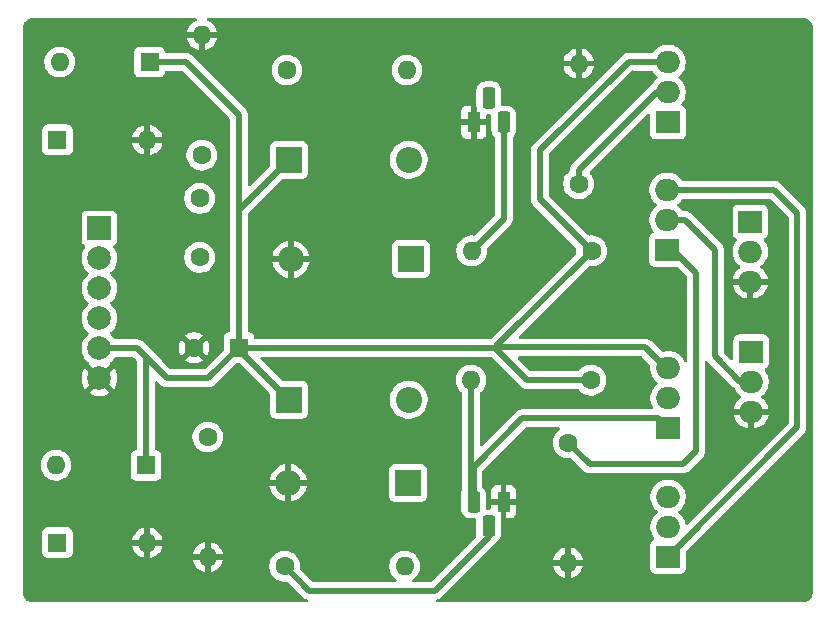
<source format=gbr>
%TF.GenerationSoftware,KiCad,Pcbnew,9.0.1*%
%TF.CreationDate,2025-04-11T16:43:42-04:00*%
%TF.ProjectId,h-bridge,682d6272-6964-4676-952e-6b696361645f,rev?*%
%TF.SameCoordinates,Original*%
%TF.FileFunction,Copper,L2,Bot*%
%TF.FilePolarity,Positive*%
%FSLAX46Y46*%
G04 Gerber Fmt 4.6, Leading zero omitted, Abs format (unit mm)*
G04 Created by KiCad (PCBNEW 9.0.1) date 2025-04-11 16:43:42*
%MOMM*%
%LPD*%
G01*
G04 APERTURE LIST*
G04 Aperture macros list*
%AMRoundRect*
0 Rectangle with rounded corners*
0 $1 Rounding radius*
0 $2 $3 $4 $5 $6 $7 $8 $9 X,Y pos of 4 corners*
0 Add a 4 corners polygon primitive as box body*
4,1,4,$2,$3,$4,$5,$6,$7,$8,$9,$2,$3,0*
0 Add four circle primitives for the rounded corners*
1,1,$1+$1,$2,$3*
1,1,$1+$1,$4,$5*
1,1,$1+$1,$6,$7*
1,1,$1+$1,$8,$9*
0 Add four rect primitives between the rounded corners*
20,1,$1+$1,$2,$3,$4,$5,0*
20,1,$1+$1,$4,$5,$6,$7,0*
20,1,$1+$1,$6,$7,$8,$9,0*
20,1,$1+$1,$8,$9,$2,$3,0*%
G04 Aperture macros list end*
%TA.AperFunction,ComponentPad*%
%ADD10R,1.100000X1.800000*%
%TD*%
%TA.AperFunction,ComponentPad*%
%ADD11RoundRect,0.275000X0.275000X0.625000X-0.275000X0.625000X-0.275000X-0.625000X0.275000X-0.625000X0*%
%TD*%
%TA.AperFunction,ComponentPad*%
%ADD12RoundRect,0.275000X-0.275000X-0.625000X0.275000X-0.625000X0.275000X0.625000X-0.275000X0.625000X0*%
%TD*%
%TA.AperFunction,ComponentPad*%
%ADD13R,1.600000X1.600000*%
%TD*%
%TA.AperFunction,ComponentPad*%
%ADD14O,1.600000X1.600000*%
%TD*%
%TA.AperFunction,ComponentPad*%
%ADD15C,1.600000*%
%TD*%
%TA.AperFunction,ComponentPad*%
%ADD16R,2.200000X2.200000*%
%TD*%
%TA.AperFunction,ComponentPad*%
%ADD17O,2.200000X2.200000*%
%TD*%
%TA.AperFunction,ComponentPad*%
%ADD18R,2.000000X1.905000*%
%TD*%
%TA.AperFunction,ComponentPad*%
%ADD19O,2.000000X1.905000*%
%TD*%
%TA.AperFunction,ComponentPad*%
%ADD20R,2.000000X2.000000*%
%TD*%
%TA.AperFunction,ComponentPad*%
%ADD21C,2.000000*%
%TD*%
%TA.AperFunction,Conductor*%
%ADD22C,0.500000*%
%TD*%
G04 APERTURE END LIST*
D10*
%TO.P,Q8,1,E*%
%TO.N,GND*%
X136115000Y-110475000D03*
D11*
%TO.P,Q8,2,B*%
%TO.N,Net-(Q8-B)*%
X134845000Y-112545000D03*
%TO.P,Q8,3,C*%
%TO.N,Net-(Q6-G)*%
X133575000Y-110475000D03*
%TD*%
D10*
%TO.P,Q1,1,E*%
%TO.N,GND*%
X133600000Y-78345000D03*
D12*
%TO.P,Q1,2,B*%
%TO.N,Net-(Q1-B)*%
X134870000Y-76275000D03*
%TO.P,Q1,3,C*%
%TO.N,Net-(Q1-C)*%
X136140000Y-78345000D03*
%TD*%
D13*
%TO.P,D2,1,K*%
%TO.N,Vf*%
X98345000Y-79825000D03*
D14*
%TO.P,D2,2,A*%
%TO.N,GND*%
X105965000Y-79825000D03*
%TD*%
D15*
%TO.P,R1,1*%
%TO.N,Vf*%
X110575000Y-81125000D03*
D14*
%TO.P,R1,2*%
%TO.N,GND*%
X110575000Y-70965000D03*
%TD*%
D13*
%TO.P,C2,1*%
%TO.N,Vcc*%
X113710302Y-97425000D03*
D15*
%TO.P,C2,2*%
%TO.N,GND*%
X109910302Y-97425000D03*
%TD*%
D13*
%TO.P,D4,1,K*%
%TO.N,Vr*%
X98345000Y-113925000D03*
D14*
%TO.P,D4,2,A*%
%TO.N,GND*%
X105965000Y-113925000D03*
%TD*%
D15*
%TO.P,R6,1*%
%TO.N,Net-(Q4-G)*%
X141575000Y-105460000D03*
D14*
%TO.P,R6,2*%
%TO.N,GND*%
X141575000Y-115620000D03*
%TD*%
D16*
%TO.P,D8,1,K*%
%TO.N,M-*%
X128035000Y-108875000D03*
D17*
%TO.P,D8,2,A*%
%TO.N,GND*%
X117875000Y-108875000D03*
%TD*%
D15*
%TO.P,R5,1*%
%TO.N,Vcc*%
X143575000Y-89225000D03*
D14*
%TO.P,R5,2*%
%TO.N,Net-(Q1-C)*%
X133415000Y-89225000D03*
%TD*%
D15*
%TO.P,R2,1*%
%TO.N,Vr*%
X111075000Y-104975000D03*
D14*
%TO.P,R2,2*%
%TO.N,GND*%
X111075000Y-115135000D03*
%TD*%
D18*
%TO.P,Q6,1,G*%
%TO.N,Net-(Q6-G)*%
X150045000Y-104245000D03*
D19*
%TO.P,Q6,2,D*%
%TO.N,Net-(Q4-G)*%
X150045000Y-101705000D03*
%TO.P,Q6,3,S*%
%TO.N,Vcc*%
X150045000Y-99165000D03*
%TD*%
D16*
%TO.P,D6,1,K*%
%TO.N,M+*%
X128280000Y-89925000D03*
D17*
%TO.P,D6,2,A*%
%TO.N,GND*%
X118120000Y-89925000D03*
%TD*%
D15*
%TO.P,R8,1*%
%TO.N,Vcc*%
X143525000Y-100175000D03*
D14*
%TO.P,R8,2*%
%TO.N,Net-(Q6-G)*%
X133365000Y-100175000D03*
%TD*%
D18*
%TO.P,Q4,1,G*%
%TO.N,Net-(Q4-G)*%
X149955000Y-89135000D03*
D19*
%TO.P,Q4,2,D*%
%TO.N,M+*%
X149955000Y-86595000D03*
%TO.P,Q4,3,S*%
%TO.N,Net-(Q2-D)*%
X149955000Y-84055000D03*
%TD*%
D18*
%TO.P,Q3,1,G*%
%TO.N,Vr*%
X157085000Y-97755000D03*
D19*
%TO.P,Q3,2,D*%
%TO.N,M+*%
X157085000Y-100295000D03*
%TO.P,Q3,3,S*%
%TO.N,GND*%
X157085000Y-102835000D03*
%TD*%
D18*
%TO.P,Q2,1,G*%
%TO.N,Net-(Q1-C)*%
X150045000Y-78325000D03*
D19*
%TO.P,Q2,2,D*%
%TO.N,Net-(Q2-D)*%
X150045000Y-75785000D03*
%TO.P,Q2,3,S*%
%TO.N,Vcc*%
X150045000Y-73245000D03*
%TD*%
D16*
%TO.P,D5,1,K*%
%TO.N,Vcc*%
X117935000Y-81525000D03*
D17*
%TO.P,D5,2,A*%
%TO.N,M+*%
X128095000Y-81525000D03*
%TD*%
D20*
%TO.P,J1,1,Pin_1*%
%TO.N,Vf*%
X101905000Y-87315000D03*
D21*
%TO.P,J1,2,Pin_2*%
%TO.N,Vr*%
X101905000Y-89855000D03*
%TO.P,J1,3,Pin_3*%
%TO.N,M+*%
X101905000Y-92395000D03*
%TO.P,J1,4,Pin_4*%
%TO.N,M-*%
X101905000Y-94935000D03*
%TO.P,J1,5,Pin_5*%
%TO.N,Vcc*%
X101905000Y-97475000D03*
%TO.P,J1,6,Pin_6*%
%TO.N,GND*%
X101905000Y-100015000D03*
%TD*%
D18*
%TO.P,Q5,1,G*%
%TO.N,Net-(Q2-D)*%
X150045000Y-115125000D03*
D19*
%TO.P,Q5,2,D*%
%TO.N,M-*%
X150045000Y-112585000D03*
%TO.P,Q5,3,S*%
%TO.N,Net-(Q4-G)*%
X150045000Y-110045000D03*
%TD*%
D15*
%TO.P,C1,1*%
%TO.N,M+*%
X110385000Y-84785000D03*
%TO.P,C1,2*%
%TO.N,M-*%
X110385000Y-89785000D03*
%TD*%
%TO.P,R7,1*%
%TO.N,Net-(Q2-D)*%
X142475000Y-83525000D03*
D14*
%TO.P,R7,2*%
%TO.N,GND*%
X142475000Y-73365000D03*
%TD*%
D13*
%TO.P,D3,1,K*%
%TO.N,Vcc*%
X105845000Y-107375000D03*
D14*
%TO.P,D3,2,A*%
%TO.N,Vr*%
X98225000Y-107375000D03*
%TD*%
D18*
%TO.P,Q7,1,G*%
%TO.N,Vf*%
X157005000Y-86755000D03*
D19*
%TO.P,Q7,2,D*%
%TO.N,M-*%
X157005000Y-89295000D03*
%TO.P,Q7,3,S*%
%TO.N,GND*%
X157005000Y-91835000D03*
%TD*%
D15*
%TO.P,R3,1*%
%TO.N,Vf*%
X117775000Y-73925000D03*
D14*
%TO.P,R3,2*%
%TO.N,Net-(Q1-B)*%
X127935000Y-73925000D03*
%TD*%
D16*
%TO.P,D7,1,K*%
%TO.N,Vcc*%
X117935000Y-101825000D03*
D17*
%TO.P,D7,2,A*%
%TO.N,M-*%
X128095000Y-101825000D03*
%TD*%
D15*
%TO.P,R4,1*%
%TO.N,Net-(Q8-B)*%
X117575000Y-115925000D03*
D14*
%TO.P,R4,2*%
%TO.N,Vr*%
X127735000Y-115925000D03*
%TD*%
D13*
%TO.P,D1,1,K*%
%TO.N,Vcc*%
X106155000Y-73225000D03*
D14*
%TO.P,D1,2,A*%
%TO.N,Vf*%
X98535000Y-73225000D03*
%TD*%
D22*
%TO.N,Net-(Q2-D)*%
X161000000Y-104170000D02*
X161000000Y-86000000D01*
X150045000Y-115125000D02*
X161000000Y-104170000D01*
X161000000Y-86000000D02*
X159055000Y-84055000D01*
X159055000Y-84055000D02*
X149955000Y-84055000D01*
%TO.N,Net-(Q6-G)*%
X133575000Y-107525000D02*
X137700000Y-103400000D01*
X133575000Y-110875000D02*
X133575000Y-107525000D01*
X137700000Y-103400000D02*
X149200000Y-103400000D01*
X149200000Y-103400000D02*
X150045000Y-104245000D01*
X133575000Y-110875000D02*
X133365000Y-110665000D01*
X133365000Y-110665000D02*
X133365000Y-100175000D01*
%TO.N,Net-(Q8-B)*%
X134845000Y-113455000D02*
X130300000Y-118000000D01*
X134845000Y-112145000D02*
X134845000Y-113455000D01*
X119650000Y-118000000D02*
X117575000Y-115925000D01*
X130300000Y-118000000D02*
X119650000Y-118000000D01*
%TO.N,Net-(Q4-G)*%
X152400000Y-106200000D02*
X152400000Y-91100000D01*
X152400000Y-91100000D02*
X150435000Y-89135000D01*
X150435000Y-89135000D02*
X149955000Y-89135000D01*
X151300000Y-107300000D02*
X152400000Y-106200000D01*
X141575000Y-105460000D02*
X143415000Y-107300000D01*
X143415000Y-107300000D02*
X151300000Y-107300000D01*
%TO.N,Vcc*%
X143575000Y-89225000D02*
X139200000Y-84850000D01*
X139200000Y-84850000D02*
X139200000Y-80700000D01*
X139200000Y-80700000D02*
X146700000Y-73200000D01*
X146700000Y-73200000D02*
X147300000Y-73200000D01*
X147300000Y-73200000D02*
X147345000Y-73245000D01*
X147345000Y-73245000D02*
X150045000Y-73245000D01*
%TO.N,Net-(Q2-D)*%
X142475000Y-83525000D02*
X142475000Y-82393630D01*
X142475000Y-82393630D02*
X149083630Y-75785000D01*
X149083630Y-75785000D02*
X150045000Y-75785000D01*
%TO.N,Net-(Q1-C)*%
X136140000Y-77945000D02*
X136140000Y-86500000D01*
X136140000Y-86500000D02*
X133415000Y-89225000D01*
%TO.N,M+*%
X149955000Y-86595000D02*
X151455000Y-86595000D01*
X154000000Y-98124500D02*
X156170500Y-100295000D01*
X151455000Y-86595000D02*
X154000000Y-89140000D01*
X154000000Y-89140000D02*
X154000000Y-98124500D01*
X156170500Y-100295000D02*
X157085000Y-100295000D01*
%TO.N,Vcc*%
X149865000Y-99165000D02*
X148100000Y-97400000D01*
X135375000Y-97425000D02*
X135600000Y-97200000D01*
X150045000Y-99165000D02*
X149865000Y-99165000D01*
X148100000Y-97400000D02*
X135800000Y-97400000D01*
X135800000Y-97400000D02*
X135600000Y-97200000D01*
X143525000Y-100175000D02*
X138125000Y-100175000D01*
X138125000Y-100175000D02*
X135375000Y-97425000D01*
X113710302Y-97425000D02*
X135375000Y-97425000D01*
X135600000Y-97200000D02*
X143575000Y-89225000D01*
X109225000Y-73225000D02*
X113700000Y-77700000D01*
X113700000Y-77700000D02*
X113700000Y-85739396D01*
X113700000Y-85739396D02*
X113710302Y-85749698D01*
X106155000Y-73225000D02*
X109225000Y-73225000D01*
X113710302Y-97425000D02*
X113710302Y-85749698D01*
X113710302Y-85749698D02*
X117935000Y-81525000D01*
X113710302Y-97425000D02*
X113710302Y-97600302D01*
X113710302Y-97600302D02*
X117935000Y-101825000D01*
X105075000Y-97475000D02*
X105550000Y-97950000D01*
X105845000Y-98245000D02*
X105550000Y-97950000D01*
X105845000Y-107375000D02*
X105845000Y-98245000D01*
X101905000Y-97475000D02*
X105075000Y-97475000D01*
X105550000Y-97950000D02*
X107600000Y-100000000D01*
X107600000Y-100000000D02*
X111135302Y-100000000D01*
X111135302Y-100000000D02*
X113710302Y-97425000D01*
%TD*%
%TA.AperFunction,Conductor*%
%TO.N,GND*%
G36*
X161506068Y-69501097D02*
G01*
X161643826Y-69514665D01*
X161667652Y-69519404D01*
X161794277Y-69557815D01*
X161816725Y-69567114D01*
X161933406Y-69629482D01*
X161953618Y-69642987D01*
X162055891Y-69726920D01*
X162073079Y-69744108D01*
X162157012Y-69846381D01*
X162170517Y-69866593D01*
X162232883Y-69983271D01*
X162242186Y-70005728D01*
X162280593Y-70132338D01*
X162285335Y-70156180D01*
X162298900Y-70293913D01*
X162299497Y-70306117D01*
X162280290Y-118106817D01*
X162280290Y-118106822D01*
X162280286Y-118114777D01*
X162280259Y-118114884D01*
X162280260Y-118173013D01*
X162280260Y-118174744D01*
X162280256Y-118174755D01*
X162279663Y-118186840D01*
X162266099Y-118324594D01*
X162261357Y-118348436D01*
X162222955Y-118475039D01*
X162213653Y-118497497D01*
X162151287Y-118614180D01*
X162137781Y-118634394D01*
X162053851Y-118736663D01*
X162036663Y-118753851D01*
X161934394Y-118837781D01*
X161914180Y-118851287D01*
X161797497Y-118913653D01*
X161775039Y-118922955D01*
X161648436Y-118961357D01*
X161624594Y-118966099D01*
X161486840Y-118979663D01*
X161474691Y-118980260D01*
X161456557Y-118980260D01*
X161414884Y-118980259D01*
X161414877Y-118980260D01*
X161406234Y-118980261D01*
X161406233Y-118980260D01*
X161406232Y-118980261D01*
X130477824Y-118980261D01*
X130410785Y-118960576D01*
X130365030Y-118907772D01*
X130355086Y-118838614D01*
X130384111Y-118775058D01*
X130442889Y-118737284D01*
X130453632Y-118734644D01*
X130500318Y-118725356D01*
X130518913Y-118721658D01*
X130587204Y-118693371D01*
X130655491Y-118665086D01*
X130655492Y-118665085D01*
X130655495Y-118665084D01*
X130715557Y-118624952D01*
X130778416Y-118582952D01*
X133060019Y-116301349D01*
X133616112Y-115745256D01*
X133991368Y-115370000D01*
X140298391Y-115370000D01*
X141259314Y-115370000D01*
X141254920Y-115374394D01*
X141202259Y-115465606D01*
X141175000Y-115567339D01*
X141175000Y-115672661D01*
X141202259Y-115774394D01*
X141254920Y-115865606D01*
X141259314Y-115870000D01*
X140298391Y-115870000D01*
X140307009Y-115924413D01*
X140370244Y-116119029D01*
X140463140Y-116301349D01*
X140583417Y-116466894D01*
X140583417Y-116466895D01*
X140728104Y-116611582D01*
X140893650Y-116731859D01*
X141075968Y-116824754D01*
X141270578Y-116887988D01*
X141325000Y-116896607D01*
X141325000Y-115935686D01*
X141329394Y-115940080D01*
X141420606Y-115992741D01*
X141522339Y-116020000D01*
X141627661Y-116020000D01*
X141729394Y-115992741D01*
X141820606Y-115940080D01*
X141825000Y-115935686D01*
X141825000Y-116896606D01*
X141879421Y-116887988D01*
X142074031Y-116824754D01*
X142256349Y-116731859D01*
X142421894Y-116611582D01*
X142421895Y-116611582D01*
X142566582Y-116466895D01*
X142566582Y-116466894D01*
X142686859Y-116301349D01*
X142779755Y-116119029D01*
X142842990Y-115924413D01*
X142851609Y-115870000D01*
X141890686Y-115870000D01*
X141895080Y-115865606D01*
X141947741Y-115774394D01*
X141975000Y-115672661D01*
X141975000Y-115567339D01*
X141947741Y-115465606D01*
X141895080Y-115374394D01*
X141890686Y-115370000D01*
X142851609Y-115370000D01*
X142842990Y-115315586D01*
X142779755Y-115120970D01*
X142686859Y-114938650D01*
X142566582Y-114773105D01*
X142566582Y-114773104D01*
X142421895Y-114628417D01*
X142256349Y-114508140D01*
X142074029Y-114415244D01*
X141879413Y-114352009D01*
X141825000Y-114343390D01*
X141825000Y-115304314D01*
X141820606Y-115299920D01*
X141729394Y-115247259D01*
X141627661Y-115220000D01*
X141522339Y-115220000D01*
X141420606Y-115247259D01*
X141329394Y-115299920D01*
X141325000Y-115304314D01*
X141325000Y-114343390D01*
X141270586Y-114352009D01*
X141075970Y-114415244D01*
X140893650Y-114508140D01*
X140728105Y-114628417D01*
X140728104Y-114628417D01*
X140583417Y-114773104D01*
X140583417Y-114773105D01*
X140463140Y-114938650D01*
X140370244Y-115120970D01*
X140307009Y-115315586D01*
X140298391Y-115370000D01*
X133991368Y-115370000D01*
X134041986Y-115319382D01*
X135427947Y-113933420D01*
X135427952Y-113933415D01*
X135460499Y-113884703D01*
X135497629Y-113848602D01*
X135606576Y-113780147D01*
X135730147Y-113656576D01*
X135823122Y-113508606D01*
X135880841Y-113343657D01*
X135895500Y-113213552D01*
X135895500Y-111876448D01*
X135880841Y-111746343D01*
X135875888Y-111732187D01*
X135871958Y-111720955D01*
X135865000Y-111680001D01*
X135865000Y-111155330D01*
X135884745Y-111175075D01*
X135970255Y-111224444D01*
X136065630Y-111250000D01*
X136164370Y-111250000D01*
X136259745Y-111224444D01*
X136345255Y-111175075D01*
X136365000Y-111155330D01*
X136365000Y-111875000D01*
X136712828Y-111875000D01*
X136712844Y-111874999D01*
X136772372Y-111868598D01*
X136772379Y-111868596D01*
X136907086Y-111818354D01*
X136907093Y-111818350D01*
X137022187Y-111732190D01*
X137022190Y-111732187D01*
X137108350Y-111617093D01*
X137108354Y-111617086D01*
X137158596Y-111482379D01*
X137158598Y-111482372D01*
X137164999Y-111422844D01*
X137165000Y-111422827D01*
X137165000Y-110725000D01*
X136461410Y-110725000D01*
X136415075Y-110644745D01*
X136345255Y-110574925D01*
X136259745Y-110525556D01*
X136164370Y-110500000D01*
X136065630Y-110500000D01*
X135970255Y-110525556D01*
X135884745Y-110574925D01*
X135814925Y-110644745D01*
X135768590Y-110725000D01*
X135065000Y-110725000D01*
X135065000Y-111020500D01*
X135062449Y-111029185D01*
X135063738Y-111038147D01*
X135052759Y-111062187D01*
X135045315Y-111087539D01*
X135038474Y-111093466D01*
X135034713Y-111101703D01*
X135012478Y-111115992D01*
X134992511Y-111133294D01*
X134981996Y-111135581D01*
X134975935Y-111139477D01*
X134941000Y-111144500D01*
X134749500Y-111144500D01*
X134682461Y-111124815D01*
X134636706Y-111072011D01*
X134625500Y-111020500D01*
X134625500Y-109806445D01*
X134625499Y-109806441D01*
X134610842Y-109676351D01*
X134610841Y-109676349D01*
X134610841Y-109676343D01*
X134558637Y-109527155D01*
X135065000Y-109527155D01*
X135065000Y-110225000D01*
X135865000Y-110225000D01*
X136365000Y-110225000D01*
X137165000Y-110225000D01*
X137165000Y-109527172D01*
X137164999Y-109527155D01*
X137158598Y-109467627D01*
X137158596Y-109467620D01*
X137108354Y-109332913D01*
X137108350Y-109332906D01*
X137022190Y-109217812D01*
X137022187Y-109217809D01*
X136907093Y-109131649D01*
X136907086Y-109131645D01*
X136772379Y-109081403D01*
X136772372Y-109081401D01*
X136712844Y-109075000D01*
X136365000Y-109075000D01*
X136365000Y-110225000D01*
X135865000Y-110225000D01*
X135865000Y-109075000D01*
X135517155Y-109075000D01*
X135457627Y-109081401D01*
X135457620Y-109081403D01*
X135322913Y-109131645D01*
X135322906Y-109131649D01*
X135207812Y-109217809D01*
X135207809Y-109217812D01*
X135121649Y-109332906D01*
X135121645Y-109332913D01*
X135071403Y-109467620D01*
X135071401Y-109467627D01*
X135065000Y-109527155D01*
X134558637Y-109527155D01*
X134553122Y-109511394D01*
X134460147Y-109363424D01*
X134361818Y-109265095D01*
X134328334Y-109203772D01*
X134325500Y-109177414D01*
X134325500Y-107887230D01*
X134345185Y-107820191D01*
X134361819Y-107799549D01*
X137974549Y-104186819D01*
X138035872Y-104153334D01*
X138062230Y-104150500D01*
X140783197Y-104150500D01*
X140850236Y-104170185D01*
X140895991Y-104222989D01*
X140905935Y-104292147D01*
X140876910Y-104355703D01*
X140856083Y-104374817D01*
X140836699Y-104388901D01*
X140727780Y-104468034D01*
X140583028Y-104612786D01*
X140462715Y-104778386D01*
X140369781Y-104960776D01*
X140306522Y-105155465D01*
X140274500Y-105357648D01*
X140274500Y-105562351D01*
X140306522Y-105764534D01*
X140369781Y-105959223D01*
X140462715Y-106141613D01*
X140583028Y-106307213D01*
X140727786Y-106451971D01*
X140882749Y-106564556D01*
X140893390Y-106572287D01*
X141009607Y-106631503D01*
X141075776Y-106665218D01*
X141075778Y-106665218D01*
X141075781Y-106665220D01*
X141180137Y-106699127D01*
X141270465Y-106728477D01*
X141354564Y-106741797D01*
X141472648Y-106760500D01*
X141472649Y-106760500D01*
X141677350Y-106760500D01*
X141677352Y-106760500D01*
X141733026Y-106751681D01*
X141802318Y-106760635D01*
X141840105Y-106786473D01*
X142936586Y-107882954D01*
X142966058Y-107902645D01*
X143010270Y-107932186D01*
X143059505Y-107965084D01*
X143059506Y-107965084D01*
X143059507Y-107965085D01*
X143059509Y-107965086D01*
X143196082Y-108021656D01*
X143196087Y-108021658D01*
X143196091Y-108021658D01*
X143196092Y-108021659D01*
X143341079Y-108050500D01*
X143341082Y-108050500D01*
X151373920Y-108050500D01*
X151471462Y-108031096D01*
X151518913Y-108021658D01*
X151655495Y-107965084D01*
X151704729Y-107932186D01*
X151704734Y-107932183D01*
X151729071Y-107915921D01*
X151778416Y-107882952D01*
X152982952Y-106678416D01*
X153049818Y-106578342D01*
X153065084Y-106555495D01*
X153121658Y-106418913D01*
X153138813Y-106332671D01*
X153150500Y-106273920D01*
X153150500Y-98612770D01*
X153170185Y-98545731D01*
X153222989Y-98499976D01*
X153292147Y-98490032D01*
X153355703Y-98519057D01*
X153377600Y-98543876D01*
X153417048Y-98602916D01*
X153417051Y-98602919D01*
X153417052Y-98602920D01*
X153417052Y-98602921D01*
X155045041Y-100230908D01*
X155587549Y-100773416D01*
X155692084Y-100877951D01*
X155694522Y-100879580D01*
X155700837Y-100885847D01*
X155706008Y-100895232D01*
X155723972Y-100917564D01*
X155794783Y-101056538D01*
X155929214Y-101241566D01*
X156090934Y-101403286D01*
X156175864Y-101464991D01*
X156218529Y-101520321D01*
X156224508Y-101589935D01*
X156191902Y-101651730D01*
X156175864Y-101665627D01*
X156091257Y-101727097D01*
X155929597Y-101888757D01*
X155795211Y-102073723D01*
X155691417Y-102277429D01*
X155620765Y-102494871D01*
X155606491Y-102585000D01*
X156594252Y-102585000D01*
X156572482Y-102622708D01*
X156535000Y-102762591D01*
X156535000Y-102907409D01*
X156572482Y-103047292D01*
X156594252Y-103085000D01*
X155606491Y-103085000D01*
X155620765Y-103175128D01*
X155691417Y-103392570D01*
X155795211Y-103596276D01*
X155929597Y-103781242D01*
X156091257Y-103942902D01*
X156276223Y-104077288D01*
X156479929Y-104181082D01*
X156697371Y-104251734D01*
X156835000Y-104273532D01*
X156835000Y-103325747D01*
X156872708Y-103347518D01*
X157012591Y-103385000D01*
X157157409Y-103385000D01*
X157297292Y-103347518D01*
X157335000Y-103325747D01*
X157335000Y-104273531D01*
X157472628Y-104251734D01*
X157690070Y-104181082D01*
X157893776Y-104077288D01*
X158078742Y-103942902D01*
X158240402Y-103781242D01*
X158374788Y-103596276D01*
X158478582Y-103392570D01*
X158549234Y-103175128D01*
X158563509Y-103085000D01*
X157575748Y-103085000D01*
X157597518Y-103047292D01*
X157635000Y-102907409D01*
X157635000Y-102762591D01*
X157597518Y-102622708D01*
X157575748Y-102585000D01*
X158563509Y-102585000D01*
X158549234Y-102494871D01*
X158478582Y-102277429D01*
X158374788Y-102073723D01*
X158240402Y-101888757D01*
X158078742Y-101727097D01*
X157994135Y-101665626D01*
X157951470Y-101610296D01*
X157945491Y-101540682D01*
X157978097Y-101478887D01*
X157994125Y-101464999D01*
X158079066Y-101403286D01*
X158240786Y-101241566D01*
X158375217Y-101056538D01*
X158479048Y-100852758D01*
X158501925Y-100782350D01*
X158549721Y-100635249D01*
X158549721Y-100635248D01*
X158549722Y-100635245D01*
X158585500Y-100409354D01*
X158585500Y-100180646D01*
X158549722Y-99954755D01*
X158549721Y-99954751D01*
X158549721Y-99954750D01*
X158479049Y-99737244D01*
X158471668Y-99722758D01*
X158375217Y-99533462D01*
X158242472Y-99350755D01*
X158218994Y-99284953D01*
X158234819Y-99216899D01*
X158284925Y-99168204D01*
X158299455Y-99161692D01*
X158327331Y-99151296D01*
X158442546Y-99065046D01*
X158528796Y-98949831D01*
X158579091Y-98814983D01*
X158585500Y-98755373D01*
X158585499Y-96754628D01*
X158580144Y-96704815D01*
X158579091Y-96695016D01*
X158528797Y-96560171D01*
X158528793Y-96560164D01*
X158442547Y-96444955D01*
X158442544Y-96444952D01*
X158327335Y-96358706D01*
X158327328Y-96358702D01*
X158192482Y-96308408D01*
X158192483Y-96308408D01*
X158132883Y-96302001D01*
X158132881Y-96302000D01*
X158132873Y-96302000D01*
X158132864Y-96302000D01*
X156037129Y-96302000D01*
X156037123Y-96302001D01*
X155977516Y-96308408D01*
X155842671Y-96358702D01*
X155842664Y-96358706D01*
X155727455Y-96444952D01*
X155727452Y-96444955D01*
X155641206Y-96560164D01*
X155641202Y-96560171D01*
X155590908Y-96695017D01*
X155584501Y-96754616D01*
X155584500Y-96754627D01*
X155584500Y-98348270D01*
X155564815Y-98415309D01*
X155512011Y-98461064D01*
X155442853Y-98471008D01*
X155379297Y-98441983D01*
X155372819Y-98435951D01*
X154786819Y-97849951D01*
X154753334Y-97788628D01*
X154750500Y-97762270D01*
X154750500Y-89066080D01*
X154748376Y-89055407D01*
X154743628Y-89031535D01*
X154721659Y-88921088D01*
X154683340Y-88828580D01*
X154665084Y-88784505D01*
X154660154Y-88777127D01*
X154582954Y-88661588D01*
X154582953Y-88661587D01*
X154582951Y-88661584D01*
X154478416Y-88557049D01*
X153845730Y-87924363D01*
X151933421Y-86012052D01*
X151933414Y-86012046D01*
X151852987Y-85958307D01*
X151852987Y-85958308D01*
X151810495Y-85929916D01*
X151810492Y-85929914D01*
X151810491Y-85929914D01*
X151673917Y-85873343D01*
X151673905Y-85873340D01*
X151671809Y-85872923D01*
X151671808Y-85872923D01*
X151528920Y-85844500D01*
X151528918Y-85844500D01*
X151316418Y-85844500D01*
X151249379Y-85824815D01*
X151216100Y-85793386D01*
X151207164Y-85781087D01*
X151187946Y-85754635D01*
X155504500Y-85754635D01*
X155504500Y-87755370D01*
X155504501Y-87755376D01*
X155510908Y-87814983D01*
X155561202Y-87949828D01*
X155561206Y-87949835D01*
X155647452Y-88065044D01*
X155647455Y-88065047D01*
X155762664Y-88151293D01*
X155762669Y-88151296D01*
X155790539Y-88161690D01*
X155846473Y-88203561D01*
X155870891Y-88269024D01*
X155856040Y-88337298D01*
X155847526Y-88350756D01*
X155825407Y-88381202D01*
X155714783Y-88533461D01*
X155610950Y-88737244D01*
X155540278Y-88954750D01*
X155540278Y-88954753D01*
X155522504Y-89066973D01*
X155504500Y-89180646D01*
X155504500Y-89409354D01*
X155505323Y-89414548D01*
X155540278Y-89635246D01*
X155540278Y-89635249D01*
X155610950Y-89852755D01*
X155638391Y-89906610D01*
X155714783Y-90056538D01*
X155849214Y-90241566D01*
X156010934Y-90403286D01*
X156095864Y-90464991D01*
X156138529Y-90520321D01*
X156144508Y-90589935D01*
X156111902Y-90651730D01*
X156095864Y-90665627D01*
X156011257Y-90727097D01*
X155849597Y-90888757D01*
X155715211Y-91073723D01*
X155611417Y-91277429D01*
X155540765Y-91494871D01*
X155526491Y-91585000D01*
X156514252Y-91585000D01*
X156492482Y-91622708D01*
X156455000Y-91762591D01*
X156455000Y-91907409D01*
X156492482Y-92047292D01*
X156514252Y-92085000D01*
X155526491Y-92085000D01*
X155540765Y-92175128D01*
X155611417Y-92392570D01*
X155715211Y-92596276D01*
X155849597Y-92781242D01*
X156011257Y-92942902D01*
X156196223Y-93077288D01*
X156399929Y-93181082D01*
X156617371Y-93251734D01*
X156755000Y-93273532D01*
X156755000Y-92325747D01*
X156792708Y-92347518D01*
X156932591Y-92385000D01*
X157077409Y-92385000D01*
X157217292Y-92347518D01*
X157255000Y-92325747D01*
X157255000Y-93273531D01*
X157392628Y-93251734D01*
X157610070Y-93181082D01*
X157813776Y-93077288D01*
X157998742Y-92942902D01*
X158160402Y-92781242D01*
X158294788Y-92596276D01*
X158398582Y-92392570D01*
X158469234Y-92175128D01*
X158483509Y-92085000D01*
X157495748Y-92085000D01*
X157517518Y-92047292D01*
X157555000Y-91907409D01*
X157555000Y-91762591D01*
X157517518Y-91622708D01*
X157495748Y-91585000D01*
X158483509Y-91585000D01*
X158469234Y-91494871D01*
X158398582Y-91277429D01*
X158294788Y-91073723D01*
X158160402Y-90888757D01*
X157998742Y-90727097D01*
X157914135Y-90665626D01*
X157871470Y-90610296D01*
X157865491Y-90540682D01*
X157898097Y-90478887D01*
X157914125Y-90464999D01*
X157999066Y-90403286D01*
X158160786Y-90241566D01*
X158295217Y-90056538D01*
X158399048Y-89852758D01*
X158436692Y-89736902D01*
X158469721Y-89635249D01*
X158469721Y-89635248D01*
X158469722Y-89635245D01*
X158505500Y-89409354D01*
X158505500Y-89180646D01*
X158469722Y-88954755D01*
X158469721Y-88954751D01*
X158469721Y-88954750D01*
X158399049Y-88737244D01*
X158320289Y-88582669D01*
X158295217Y-88533462D01*
X158162472Y-88350755D01*
X158138994Y-88284953D01*
X158154819Y-88216899D01*
X158204925Y-88168204D01*
X158219455Y-88161692D01*
X158247331Y-88151296D01*
X158362546Y-88065046D01*
X158448796Y-87949831D01*
X158499091Y-87814983D01*
X158505500Y-87755373D01*
X158505499Y-85754628D01*
X158499091Y-85695017D01*
X158480253Y-85644511D01*
X158448797Y-85560171D01*
X158448793Y-85560164D01*
X158362547Y-85444955D01*
X158362544Y-85444952D01*
X158247335Y-85358706D01*
X158247328Y-85358702D01*
X158112482Y-85308408D01*
X158112483Y-85308408D01*
X158052883Y-85302001D01*
X158052881Y-85302000D01*
X158052873Y-85302000D01*
X158052864Y-85302000D01*
X155957129Y-85302000D01*
X155957123Y-85302001D01*
X155897516Y-85308408D01*
X155762671Y-85358702D01*
X155762664Y-85358706D01*
X155647455Y-85444952D01*
X155647452Y-85444955D01*
X155561206Y-85560164D01*
X155561202Y-85560171D01*
X155510908Y-85695017D01*
X155504501Y-85754616D01*
X155504501Y-85754623D01*
X155504500Y-85754635D01*
X151187946Y-85754635D01*
X151110786Y-85648434D01*
X150949066Y-85486714D01*
X150864559Y-85425316D01*
X150821896Y-85369988D01*
X150815917Y-85300375D01*
X150848523Y-85238580D01*
X150864556Y-85224685D01*
X150949066Y-85163286D01*
X151110786Y-85001566D01*
X151216100Y-84856613D01*
X151271430Y-84813949D01*
X151316418Y-84805500D01*
X158692770Y-84805500D01*
X158759809Y-84825185D01*
X158780451Y-84841819D01*
X160213181Y-86274548D01*
X160246666Y-86335871D01*
X160249500Y-86362229D01*
X160249500Y-103807770D01*
X160229815Y-103874809D01*
X160213181Y-103895451D01*
X151730228Y-112378403D01*
X151668905Y-112411888D01*
X151599213Y-112406904D01*
X151543280Y-112365032D01*
X151520075Y-112310124D01*
X151509722Y-112244755D01*
X151509720Y-112244750D01*
X151509720Y-112244747D01*
X151439049Y-112027244D01*
X151424913Y-111999500D01*
X151335217Y-111823462D01*
X151200786Y-111638434D01*
X151039066Y-111476714D01*
X150954559Y-111415316D01*
X150911896Y-111359988D01*
X150905917Y-111290375D01*
X150938523Y-111228580D01*
X150954556Y-111214685D01*
X151039066Y-111153286D01*
X151200786Y-110991566D01*
X151335217Y-110806538D01*
X151439048Y-110602758D01*
X151439049Y-110602755D01*
X151509721Y-110385249D01*
X151509721Y-110385248D01*
X151509722Y-110385245D01*
X151545500Y-110159354D01*
X151545500Y-109930646D01*
X151509722Y-109704755D01*
X151509721Y-109704751D01*
X151509721Y-109704750D01*
X151439049Y-109487244D01*
X151375960Y-109363425D01*
X151335217Y-109283462D01*
X151200786Y-109098434D01*
X151039066Y-108936714D01*
X150854038Y-108802283D01*
X150650255Y-108698450D01*
X150432748Y-108627778D01*
X150263326Y-108600944D01*
X150206854Y-108592000D01*
X149883146Y-108592000D01*
X149807849Y-108603926D01*
X149657253Y-108627778D01*
X149657250Y-108627778D01*
X149439744Y-108698450D01*
X149235961Y-108802283D01*
X149130396Y-108878980D01*
X149050934Y-108936714D01*
X149050932Y-108936716D01*
X149050931Y-108936716D01*
X148889216Y-109098431D01*
X148889216Y-109098432D01*
X148889214Y-109098434D01*
X148869913Y-109125000D01*
X148754783Y-109283461D01*
X148650950Y-109487244D01*
X148580278Y-109704750D01*
X148580278Y-109704753D01*
X148544500Y-109930646D01*
X148544500Y-110159353D01*
X148580278Y-110385246D01*
X148580278Y-110385249D01*
X148650950Y-110602755D01*
X148650952Y-110602758D01*
X148754783Y-110806538D01*
X148889214Y-110991566D01*
X149050934Y-111153286D01*
X149080924Y-111175075D01*
X149135438Y-111214682D01*
X149178103Y-111270013D01*
X149184082Y-111339626D01*
X149151476Y-111401421D01*
X149135438Y-111415318D01*
X149050932Y-111476715D01*
X148889216Y-111638431D01*
X148889216Y-111638432D01*
X148889214Y-111638434D01*
X148859014Y-111680001D01*
X148754783Y-111823461D01*
X148650950Y-112027244D01*
X148580278Y-112244750D01*
X148580278Y-112244753D01*
X148544500Y-112470646D01*
X148544500Y-112699353D01*
X148580278Y-112925246D01*
X148580278Y-112925249D01*
X148650950Y-113142755D01*
X148650952Y-113142758D01*
X148754783Y-113346538D01*
X148887525Y-113529242D01*
X148911005Y-113595046D01*
X148895180Y-113663100D01*
X148845074Y-113711795D01*
X148830541Y-113718308D01*
X148802670Y-113728703D01*
X148802664Y-113728706D01*
X148687455Y-113814952D01*
X148687452Y-113814955D01*
X148601206Y-113930164D01*
X148601202Y-113930171D01*
X148550908Y-114065017D01*
X148544501Y-114124616D01*
X148544500Y-114124635D01*
X148544500Y-116125370D01*
X148544501Y-116125376D01*
X148550908Y-116184983D01*
X148601202Y-116319828D01*
X148601206Y-116319835D01*
X148687452Y-116435044D01*
X148687455Y-116435047D01*
X148802664Y-116521293D01*
X148802671Y-116521297D01*
X148937517Y-116571591D01*
X148937516Y-116571591D01*
X148944444Y-116572335D01*
X148997127Y-116578000D01*
X151092872Y-116577999D01*
X151152483Y-116571591D01*
X151287331Y-116521296D01*
X151402546Y-116435046D01*
X151488796Y-116319831D01*
X151539091Y-116184983D01*
X151545500Y-116125373D01*
X151545499Y-114737228D01*
X151565184Y-114670190D01*
X151581813Y-114649553D01*
X161582952Y-104648415D01*
X161619240Y-104594106D01*
X161665084Y-104525495D01*
X161716666Y-104400965D01*
X161721659Y-104388912D01*
X161750500Y-104243917D01*
X161750500Y-104096082D01*
X161750500Y-85926082D01*
X161750500Y-85926079D01*
X161721659Y-85781092D01*
X161721658Y-85781091D01*
X161721658Y-85781087D01*
X161710699Y-85754629D01*
X161665087Y-85644511D01*
X161665077Y-85644493D01*
X161582952Y-85521585D01*
X161548081Y-85486714D01*
X161478416Y-85417049D01*
X161062933Y-85001566D01*
X159533421Y-83472052D01*
X159533414Y-83472046D01*
X159459482Y-83422647D01*
X159459481Y-83422647D01*
X159410501Y-83389919D01*
X159410488Y-83389912D01*
X159273917Y-83333343D01*
X159273907Y-83333340D01*
X159128920Y-83304500D01*
X159128918Y-83304500D01*
X151316418Y-83304500D01*
X151249379Y-83284815D01*
X151216100Y-83253386D01*
X151192181Y-83220465D01*
X151110786Y-83108434D01*
X150949066Y-82946714D01*
X150764038Y-82812283D01*
X150607420Y-82732482D01*
X150560255Y-82708450D01*
X150342748Y-82637778D01*
X150173326Y-82610944D01*
X150116854Y-82602000D01*
X149793146Y-82602000D01*
X149717849Y-82613926D01*
X149567253Y-82637778D01*
X149567250Y-82637778D01*
X149349744Y-82708450D01*
X149145961Y-82812283D01*
X149040396Y-82888980D01*
X148960934Y-82946714D01*
X148960932Y-82946716D01*
X148960931Y-82946716D01*
X148799216Y-83108431D01*
X148799216Y-83108432D01*
X148799214Y-83108434D01*
X148760428Y-83161818D01*
X148664783Y-83293461D01*
X148560950Y-83497244D01*
X148490278Y-83714750D01*
X148490278Y-83714753D01*
X148454500Y-83940646D01*
X148454500Y-84169353D01*
X148490278Y-84395246D01*
X148490278Y-84395249D01*
X148560950Y-84612755D01*
X148620801Y-84730218D01*
X148664783Y-84816538D01*
X148799214Y-85001566D01*
X148960934Y-85163286D01*
X149019023Y-85205490D01*
X149045438Y-85224682D01*
X149088103Y-85280013D01*
X149094082Y-85349626D01*
X149061476Y-85411421D01*
X149045438Y-85425318D01*
X148960932Y-85486715D01*
X148799216Y-85648431D01*
X148799216Y-85648432D01*
X148799214Y-85648434D01*
X148741480Y-85727896D01*
X148664783Y-85833461D01*
X148560950Y-86037244D01*
X148490278Y-86254750D01*
X148490278Y-86254753D01*
X148454500Y-86480646D01*
X148454500Y-86709353D01*
X148490278Y-86935246D01*
X148490278Y-86935249D01*
X148560950Y-87152755D01*
X148560952Y-87152758D01*
X148664783Y-87356538D01*
X148797525Y-87539242D01*
X148821005Y-87605046D01*
X148805180Y-87673100D01*
X148755074Y-87721795D01*
X148740541Y-87728308D01*
X148712670Y-87738703D01*
X148712664Y-87738706D01*
X148597455Y-87824952D01*
X148597452Y-87824955D01*
X148511206Y-87940164D01*
X148511202Y-87940171D01*
X148460908Y-88075017D01*
X148454501Y-88134616D01*
X148454501Y-88134623D01*
X148454500Y-88134635D01*
X148454500Y-90135370D01*
X148454501Y-90135376D01*
X148460908Y-90194983D01*
X148511202Y-90329828D01*
X148511206Y-90329835D01*
X148597452Y-90445044D01*
X148597455Y-90445047D01*
X148712664Y-90531293D01*
X148712671Y-90531297D01*
X148847517Y-90581591D01*
X148847516Y-90581591D01*
X148854444Y-90582335D01*
X148907127Y-90588000D01*
X150775269Y-90587999D01*
X150842308Y-90607684D01*
X150862950Y-90624318D01*
X151613181Y-91374548D01*
X151646666Y-91435871D01*
X151649500Y-91462229D01*
X151649500Y-98503779D01*
X151629815Y-98570818D01*
X151577011Y-98616573D01*
X151507853Y-98626517D01*
X151444297Y-98597492D01*
X151415015Y-98560074D01*
X151369633Y-98471008D01*
X151335217Y-98403462D01*
X151200786Y-98218434D01*
X151039066Y-98056714D01*
X150854038Y-97922283D01*
X150650255Y-97818450D01*
X150432748Y-97747778D01*
X150263326Y-97720944D01*
X150206854Y-97712000D01*
X149883146Y-97712000D01*
X149837967Y-97719155D01*
X149657251Y-97747778D01*
X149617734Y-97760618D01*
X149547893Y-97762613D01*
X149491736Y-97730368D01*
X148578421Y-96817052D01*
X148578420Y-96817051D01*
X148484996Y-96754628D01*
X148455495Y-96734916D01*
X148455488Y-96734912D01*
X148318917Y-96678343D01*
X148318907Y-96678340D01*
X148173920Y-96649500D01*
X148173918Y-96649500D01*
X137511230Y-96649500D01*
X137444191Y-96629815D01*
X137398436Y-96577011D01*
X137388492Y-96507853D01*
X137417517Y-96444297D01*
X137423549Y-96437819D01*
X138350376Y-95510992D01*
X143309894Y-90551471D01*
X143371215Y-90517988D01*
X143416970Y-90516681D01*
X143472648Y-90525500D01*
X143472649Y-90525500D01*
X143677351Y-90525500D01*
X143677352Y-90525500D01*
X143879534Y-90493477D01*
X144074219Y-90430220D01*
X144256610Y-90337287D01*
X144388357Y-90241568D01*
X144422213Y-90216971D01*
X144422215Y-90216968D01*
X144422219Y-90216966D01*
X144566966Y-90072219D01*
X144566968Y-90072215D01*
X144566971Y-90072213D01*
X144638985Y-89973092D01*
X144687287Y-89906610D01*
X144780220Y-89724219D01*
X144843477Y-89529534D01*
X144875500Y-89327352D01*
X144875500Y-89122648D01*
X144866682Y-89066973D01*
X144843477Y-88920465D01*
X144799301Y-88784506D01*
X144780220Y-88725781D01*
X144780218Y-88725778D01*
X144780218Y-88725776D01*
X144746503Y-88659607D01*
X144687287Y-88543390D01*
X144667767Y-88516523D01*
X144566971Y-88377786D01*
X144422213Y-88233028D01*
X144256613Y-88112715D01*
X144256612Y-88112714D01*
X144256610Y-88112713D01*
X144182626Y-88075016D01*
X144074223Y-88019781D01*
X143879534Y-87956522D01*
X143704995Y-87928878D01*
X143677352Y-87924500D01*
X143472648Y-87924500D01*
X143416971Y-87933318D01*
X143347678Y-87924363D01*
X143309893Y-87898526D01*
X139986819Y-84575451D01*
X139953334Y-84514128D01*
X139950500Y-84487770D01*
X139950500Y-81062230D01*
X139970185Y-80995191D01*
X139986819Y-80974549D01*
X146974549Y-73986819D01*
X147001476Y-73972115D01*
X147027295Y-73955523D01*
X147033495Y-73954631D01*
X147035872Y-73953334D01*
X147062230Y-73950500D01*
X147062412Y-73950500D01*
X147109864Y-73959938D01*
X147126088Y-73966659D01*
X147242241Y-73989763D01*
X147261468Y-73993587D01*
X147271081Y-73995500D01*
X147271082Y-73995500D01*
X147271083Y-73995500D01*
X147418918Y-73995500D01*
X148683582Y-73995500D01*
X148750621Y-74015185D01*
X148783899Y-74046613D01*
X148889214Y-74191566D01*
X149050934Y-74353286D01*
X149120423Y-74403773D01*
X149135438Y-74414682D01*
X149178103Y-74470013D01*
X149184082Y-74539626D01*
X149151476Y-74601421D01*
X149135438Y-74615318D01*
X149050932Y-74676715D01*
X148889216Y-74838431D01*
X148889216Y-74838432D01*
X148889214Y-74838434D01*
X148852362Y-74889157D01*
X148754781Y-75023464D01*
X148708712Y-75113878D01*
X148667120Y-75160683D01*
X148605216Y-75202046D01*
X148605210Y-75202051D01*
X141892050Y-81915210D01*
X141892044Y-81915218D01*
X141842812Y-81988898D01*
X141842813Y-81988899D01*
X141809921Y-82038126D01*
X141809914Y-82038138D01*
X141753342Y-82174716D01*
X141753340Y-82174722D01*
X141724500Y-82319709D01*
X141724500Y-82399582D01*
X141704815Y-82466621D01*
X141673385Y-82499900D01*
X141627787Y-82533028D01*
X141627782Y-82533032D01*
X141483028Y-82677786D01*
X141362715Y-82843386D01*
X141269781Y-83025776D01*
X141206522Y-83220465D01*
X141174500Y-83422647D01*
X141174500Y-83627351D01*
X141206522Y-83829534D01*
X141269781Y-84024223D01*
X141362715Y-84206613D01*
X141483028Y-84372213D01*
X141627786Y-84516971D01*
X141759624Y-84612755D01*
X141793390Y-84637287D01*
X141882416Y-84682648D01*
X141975776Y-84730218D01*
X141975778Y-84730218D01*
X141975781Y-84730220D01*
X142080137Y-84764127D01*
X142170465Y-84793477D01*
X142246375Y-84805500D01*
X142372648Y-84825500D01*
X142372649Y-84825500D01*
X142577351Y-84825500D01*
X142577352Y-84825500D01*
X142779534Y-84793477D01*
X142974219Y-84730220D01*
X143156610Y-84637287D01*
X143291710Y-84539132D01*
X143322213Y-84516971D01*
X143322215Y-84516968D01*
X143322219Y-84516966D01*
X143466966Y-84372219D01*
X143466968Y-84372215D01*
X143466971Y-84372213D01*
X143529770Y-84285776D01*
X143587287Y-84206610D01*
X143680220Y-84024219D01*
X143743477Y-83829534D01*
X143775500Y-83627352D01*
X143775500Y-83422648D01*
X143755039Y-83293461D01*
X143743477Y-83220465D01*
X143707075Y-83108431D01*
X143680220Y-83025781D01*
X143680218Y-83025778D01*
X143680218Y-83025776D01*
X143639933Y-82946714D01*
X143587287Y-82843390D01*
X143564687Y-82812283D01*
X143466971Y-82677786D01*
X143447272Y-82658087D01*
X143413787Y-82596764D01*
X143418771Y-82527072D01*
X143447272Y-82482725D01*
X145888238Y-80041759D01*
X148332821Y-77597175D01*
X148394142Y-77563692D01*
X148463834Y-77568676D01*
X148519767Y-77610548D01*
X148544184Y-77676012D01*
X148544500Y-77684858D01*
X148544500Y-79325370D01*
X148544501Y-79325376D01*
X148550908Y-79384983D01*
X148601202Y-79519828D01*
X148601206Y-79519835D01*
X148687452Y-79635044D01*
X148687455Y-79635047D01*
X148802664Y-79721293D01*
X148802671Y-79721297D01*
X148937517Y-79771591D01*
X148937516Y-79771591D01*
X148944444Y-79772335D01*
X148997127Y-79778000D01*
X151092872Y-79777999D01*
X151152483Y-79771591D01*
X151287331Y-79721296D01*
X151402546Y-79635046D01*
X151488796Y-79519831D01*
X151539091Y-79384983D01*
X151545500Y-79325373D01*
X151545499Y-77324628D01*
X151539091Y-77265017D01*
X151529240Y-77238606D01*
X151488797Y-77130171D01*
X151488793Y-77130164D01*
X151402547Y-77014955D01*
X151402544Y-77014952D01*
X151287335Y-76928706D01*
X151287328Y-76928702D01*
X151259459Y-76918308D01*
X151203525Y-76876437D01*
X151179108Y-76810973D01*
X151193960Y-76742700D01*
X151202460Y-76729260D01*
X151335217Y-76546538D01*
X151439048Y-76342758D01*
X151509722Y-76125245D01*
X151545500Y-75899354D01*
X151545500Y-75670646D01*
X151509722Y-75444755D01*
X151509721Y-75444751D01*
X151509721Y-75444750D01*
X151439049Y-75227244D01*
X151438160Y-75225500D01*
X151335217Y-75023462D01*
X151200786Y-74838434D01*
X151039066Y-74676714D01*
X150954559Y-74615316D01*
X150911896Y-74559988D01*
X150905917Y-74490375D01*
X150938523Y-74428580D01*
X150954556Y-74414685D01*
X151039066Y-74353286D01*
X151200786Y-74191566D01*
X151335217Y-74006538D01*
X151439048Y-73802758D01*
X151460173Y-73737741D01*
X151509721Y-73585249D01*
X151509721Y-73585248D01*
X151509722Y-73585245D01*
X151545500Y-73359354D01*
X151545500Y-73130646D01*
X151509722Y-72904755D01*
X151509721Y-72904751D01*
X151509721Y-72904750D01*
X151439049Y-72687244D01*
X151416022Y-72642051D01*
X151335217Y-72483462D01*
X151200786Y-72298434D01*
X151039066Y-72136714D01*
X150854038Y-72002283D01*
X150713957Y-71930908D01*
X150650255Y-71898450D01*
X150432748Y-71827778D01*
X150263326Y-71800944D01*
X150206854Y-71792000D01*
X149883146Y-71792000D01*
X149807849Y-71803926D01*
X149657253Y-71827778D01*
X149657250Y-71827778D01*
X149439744Y-71898450D01*
X149235961Y-72002283D01*
X149133317Y-72076859D01*
X149050934Y-72136714D01*
X149050932Y-72136716D01*
X149050931Y-72136716D01*
X148889216Y-72298431D01*
X148889216Y-72298432D01*
X148889214Y-72298434D01*
X148813961Y-72402011D01*
X148783900Y-72443386D01*
X148728570Y-72486051D01*
X148683582Y-72494500D01*
X147582587Y-72494500D01*
X147535135Y-72485061D01*
X147518917Y-72478343D01*
X147518907Y-72478340D01*
X147373920Y-72449500D01*
X147373918Y-72449500D01*
X146626082Y-72449500D01*
X146626076Y-72449500D01*
X146597242Y-72455234D01*
X146597243Y-72455235D01*
X146481093Y-72478339D01*
X146481083Y-72478342D01*
X146401081Y-72511479D01*
X146401082Y-72511480D01*
X146344509Y-72534914D01*
X146344499Y-72534919D01*
X146331821Y-72543391D01*
X146221581Y-72617049D01*
X138617049Y-80221581D01*
X138579498Y-80277780D01*
X138579499Y-80277781D01*
X138534914Y-80344508D01*
X138478343Y-80481082D01*
X138478340Y-80481092D01*
X138449500Y-80626079D01*
X138449500Y-80626082D01*
X138449500Y-84923918D01*
X138449500Y-84923920D01*
X138449499Y-84923920D01*
X138478340Y-85068907D01*
X138478343Y-85068917D01*
X138534913Y-85205490D01*
X138534918Y-85205499D01*
X138538960Y-85211548D01*
X138538962Y-85211550D01*
X138603679Y-85308408D01*
X138617051Y-85328420D01*
X138617052Y-85328421D01*
X142248526Y-88959893D01*
X142282011Y-89021216D01*
X142283318Y-89066971D01*
X142274500Y-89122647D01*
X142274500Y-89327351D01*
X142283318Y-89383026D01*
X142274363Y-89452320D01*
X142248526Y-89490105D01*
X135104142Y-96634489D01*
X135100463Y-96638169D01*
X135039145Y-96671663D01*
X135012770Y-96674500D01*
X115132653Y-96674500D01*
X115065614Y-96654815D01*
X115019859Y-96602011D01*
X115009363Y-96563752D01*
X115004393Y-96517516D01*
X114954099Y-96382671D01*
X114954095Y-96382664D01*
X114867849Y-96267455D01*
X114867846Y-96267452D01*
X114752637Y-96181206D01*
X114752630Y-96181202D01*
X114617785Y-96130908D01*
X114571545Y-96125937D01*
X114506995Y-96099199D01*
X114467147Y-96041806D01*
X114460802Y-96002648D01*
X114460802Y-89675000D01*
X116539652Y-89675000D01*
X117629252Y-89675000D01*
X117607482Y-89712708D01*
X117570000Y-89852591D01*
X117570000Y-89997409D01*
X117607482Y-90137292D01*
X117629252Y-90175000D01*
X116539652Y-90175000D01*
X116559397Y-90299668D01*
X116559397Y-90299671D01*
X116637219Y-90539184D01*
X116751557Y-90763583D01*
X116899590Y-90967331D01*
X116899590Y-90967332D01*
X117077667Y-91145409D01*
X117281416Y-91293442D01*
X117505815Y-91407780D01*
X117745329Y-91485602D01*
X117870000Y-91505348D01*
X117870000Y-90415747D01*
X117907708Y-90437518D01*
X118047591Y-90475000D01*
X118192409Y-90475000D01*
X118332292Y-90437518D01*
X118370000Y-90415747D01*
X118370000Y-91505347D01*
X118494668Y-91485602D01*
X118494671Y-91485602D01*
X118734184Y-91407780D01*
X118958583Y-91293442D01*
X119162331Y-91145409D01*
X119162332Y-91145409D01*
X119340409Y-90967332D01*
X119340409Y-90967331D01*
X119488442Y-90763583D01*
X119602780Y-90539184D01*
X119680602Y-90299671D01*
X119680602Y-90299668D01*
X119700348Y-90175000D01*
X118610748Y-90175000D01*
X118632518Y-90137292D01*
X118670000Y-89997409D01*
X118670000Y-89852591D01*
X118632518Y-89712708D01*
X118610748Y-89675000D01*
X119700348Y-89675000D01*
X119680602Y-89550331D01*
X119680602Y-89550328D01*
X119602780Y-89310815D01*
X119488442Y-89086416D01*
X119340409Y-88882668D01*
X119340409Y-88882667D01*
X119234877Y-88777135D01*
X126679500Y-88777135D01*
X126679500Y-91072870D01*
X126679501Y-91072876D01*
X126685908Y-91132483D01*
X126736202Y-91267328D01*
X126736206Y-91267335D01*
X126822452Y-91382544D01*
X126822455Y-91382547D01*
X126937664Y-91468793D01*
X126937671Y-91468797D01*
X127072517Y-91519091D01*
X127072516Y-91519091D01*
X127079444Y-91519835D01*
X127132127Y-91525500D01*
X129427872Y-91525499D01*
X129487483Y-91519091D01*
X129622331Y-91468796D01*
X129737546Y-91382546D01*
X129823796Y-91267331D01*
X129874091Y-91132483D01*
X129880500Y-91072873D01*
X129880499Y-89122648D01*
X132114500Y-89122648D01*
X132114500Y-89327351D01*
X132146522Y-89529534D01*
X132209781Y-89724223D01*
X132302715Y-89906613D01*
X132423028Y-90072213D01*
X132567786Y-90216971D01*
X132722749Y-90329556D01*
X132733390Y-90337287D01*
X132849607Y-90396503D01*
X132915776Y-90430218D01*
X132915778Y-90430218D01*
X132915781Y-90430220D01*
X132961405Y-90445044D01*
X133110465Y-90493477D01*
X133194564Y-90506797D01*
X133312648Y-90525500D01*
X133312649Y-90525500D01*
X133517351Y-90525500D01*
X133517352Y-90525500D01*
X133719534Y-90493477D01*
X133914219Y-90430220D01*
X134096610Y-90337287D01*
X134228357Y-90241568D01*
X134262213Y-90216971D01*
X134262215Y-90216968D01*
X134262219Y-90216966D01*
X134406966Y-90072219D01*
X134406968Y-90072215D01*
X134406971Y-90072213D01*
X134478985Y-89973092D01*
X134527287Y-89906610D01*
X134620220Y-89724219D01*
X134683477Y-89529534D01*
X134715500Y-89327352D01*
X134715500Y-89122648D01*
X134706681Y-89066971D01*
X134715635Y-88997680D01*
X134741470Y-88959896D01*
X136722952Y-86978416D01*
X136780321Y-86892555D01*
X136805084Y-86855495D01*
X136861658Y-86718913D01*
X136890500Y-86573918D01*
X136890500Y-79642585D01*
X136910185Y-79575546D01*
X136926819Y-79554904D01*
X136961895Y-79519828D01*
X137025147Y-79456576D01*
X137118122Y-79308606D01*
X137175841Y-79143657D01*
X137190500Y-79013552D01*
X137190500Y-77676448D01*
X137175841Y-77546343D01*
X137118122Y-77381394D01*
X137025147Y-77233424D01*
X136901576Y-77109853D01*
X136753606Y-77016878D01*
X136753605Y-77016877D01*
X136753604Y-77016877D01*
X136588658Y-76959159D01*
X136588648Y-76959157D01*
X136458558Y-76944500D01*
X136458552Y-76944500D01*
X136044500Y-76944500D01*
X135977461Y-76924815D01*
X135931706Y-76872011D01*
X135920500Y-76820500D01*
X135920500Y-75606445D01*
X135920499Y-75606441D01*
X135905842Y-75476351D01*
X135905841Y-75476349D01*
X135905841Y-75476343D01*
X135848122Y-75311394D01*
X135755147Y-75163424D01*
X135631576Y-75039853D01*
X135483606Y-74946878D01*
X135483605Y-74946877D01*
X135483604Y-74946877D01*
X135318658Y-74889159D01*
X135318648Y-74889157D01*
X135188558Y-74874500D01*
X135188552Y-74874500D01*
X134551448Y-74874500D01*
X134551441Y-74874500D01*
X134421351Y-74889157D01*
X134421341Y-74889159D01*
X134256395Y-74946877D01*
X134108423Y-75039853D01*
X133984853Y-75163423D01*
X133891877Y-75311395D01*
X133834159Y-75476341D01*
X133834157Y-75476351D01*
X133819500Y-75606441D01*
X133819500Y-76943558D01*
X133834157Y-77073648D01*
X133834158Y-77073655D01*
X133834159Y-77073657D01*
X133843041Y-77099041D01*
X133850000Y-77139994D01*
X133850000Y-77664670D01*
X133830255Y-77644925D01*
X133744745Y-77595556D01*
X133649370Y-77570000D01*
X133550630Y-77570000D01*
X133455255Y-77595556D01*
X133369745Y-77644925D01*
X133350000Y-77664670D01*
X133350000Y-76945000D01*
X133002155Y-76945000D01*
X132942627Y-76951401D01*
X132942620Y-76951403D01*
X132807913Y-77001645D01*
X132807906Y-77001649D01*
X132692812Y-77087809D01*
X132692809Y-77087812D01*
X132606649Y-77202906D01*
X132606645Y-77202913D01*
X132556403Y-77337620D01*
X132556401Y-77337627D01*
X132550000Y-77397155D01*
X132550000Y-78095000D01*
X133253590Y-78095000D01*
X133299925Y-78175255D01*
X133369745Y-78245075D01*
X133455255Y-78294444D01*
X133550630Y-78320000D01*
X133649370Y-78320000D01*
X133744745Y-78294444D01*
X133830255Y-78245075D01*
X133900075Y-78175255D01*
X133946410Y-78095000D01*
X134650000Y-78095000D01*
X134650000Y-77799500D01*
X134652550Y-77790814D01*
X134651262Y-77781853D01*
X134662240Y-77757812D01*
X134669685Y-77732461D01*
X134676525Y-77726533D01*
X134680287Y-77718297D01*
X134702521Y-77704007D01*
X134722489Y-77686706D01*
X134733003Y-77684418D01*
X134739065Y-77680523D01*
X134774000Y-77675500D01*
X134965500Y-77675500D01*
X135032539Y-77695185D01*
X135078294Y-77747989D01*
X135089500Y-77799500D01*
X135089500Y-79013558D01*
X135104157Y-79143648D01*
X135104159Y-79143658D01*
X135161877Y-79308604D01*
X135161878Y-79308606D01*
X135235013Y-79425000D01*
X135254853Y-79456576D01*
X135353181Y-79554904D01*
X135386666Y-79616227D01*
X135389500Y-79642585D01*
X135389500Y-86137769D01*
X135369815Y-86204808D01*
X135353181Y-86225450D01*
X133680104Y-87898526D01*
X133618781Y-87932011D01*
X133573025Y-87933318D01*
X133517352Y-87924500D01*
X133312648Y-87924500D01*
X133288329Y-87928351D01*
X133110465Y-87956522D01*
X132915776Y-88019781D01*
X132733386Y-88112715D01*
X132567786Y-88233028D01*
X132423028Y-88377786D01*
X132302715Y-88543386D01*
X132209781Y-88725776D01*
X132146522Y-88920465D01*
X132114500Y-89122648D01*
X129880499Y-89122648D01*
X129880499Y-88777128D01*
X129874091Y-88717517D01*
X129857380Y-88672713D01*
X129823797Y-88582671D01*
X129823793Y-88582664D01*
X129737547Y-88467455D01*
X129737544Y-88467452D01*
X129622335Y-88381206D01*
X129622328Y-88381202D01*
X129487482Y-88330908D01*
X129487483Y-88330908D01*
X129427883Y-88324501D01*
X129427881Y-88324500D01*
X129427873Y-88324500D01*
X129427864Y-88324500D01*
X127132129Y-88324500D01*
X127132123Y-88324501D01*
X127072516Y-88330908D01*
X126937671Y-88381202D01*
X126937664Y-88381206D01*
X126822455Y-88467452D01*
X126822452Y-88467455D01*
X126736206Y-88582664D01*
X126736202Y-88582671D01*
X126685908Y-88717517D01*
X126680658Y-88766357D01*
X126679501Y-88777123D01*
X126679500Y-88777135D01*
X119234877Y-88777135D01*
X119162332Y-88704590D01*
X118958583Y-88556557D01*
X118734184Y-88442219D01*
X118494670Y-88364397D01*
X118370000Y-88344650D01*
X118370000Y-89434252D01*
X118332292Y-89412482D01*
X118192409Y-89375000D01*
X118047591Y-89375000D01*
X117907708Y-89412482D01*
X117870000Y-89434252D01*
X117870000Y-88344650D01*
X117745330Y-88364397D01*
X117745327Y-88364397D01*
X117505815Y-88442219D01*
X117281416Y-88556557D01*
X117077668Y-88704590D01*
X117077667Y-88704590D01*
X116899590Y-88882667D01*
X116899590Y-88882668D01*
X116751557Y-89086416D01*
X116637219Y-89310815D01*
X116559397Y-89550328D01*
X116559397Y-89550331D01*
X116539652Y-89675000D01*
X114460802Y-89675000D01*
X114460802Y-86111926D01*
X114480487Y-86044887D01*
X114497116Y-86024250D01*
X117359548Y-83161817D01*
X117420871Y-83128333D01*
X117447229Y-83125499D01*
X119082871Y-83125499D01*
X119082872Y-83125499D01*
X119142483Y-83119091D01*
X119277331Y-83068796D01*
X119392546Y-82982546D01*
X119478796Y-82867331D01*
X119529091Y-82732483D01*
X119535500Y-82672873D01*
X119535499Y-81399038D01*
X126494500Y-81399038D01*
X126494500Y-81650961D01*
X126533910Y-81899785D01*
X126611760Y-82139383D01*
X126726132Y-82363848D01*
X126874201Y-82567649D01*
X126874205Y-82567654D01*
X127052345Y-82745794D01*
X127052350Y-82745798D01*
X127186675Y-82843390D01*
X127256155Y-82893870D01*
X127399184Y-82966747D01*
X127480616Y-83008239D01*
X127480618Y-83008239D01*
X127480621Y-83008241D01*
X127720215Y-83086090D01*
X127969038Y-83125500D01*
X127969039Y-83125500D01*
X128220961Y-83125500D01*
X128220962Y-83125500D01*
X128469785Y-83086090D01*
X128709379Y-83008241D01*
X128933845Y-82893870D01*
X129137656Y-82745793D01*
X129315793Y-82567656D01*
X129463870Y-82363845D01*
X129578241Y-82139379D01*
X129656090Y-81899785D01*
X129695500Y-81650962D01*
X129695500Y-81399038D01*
X129656090Y-81150215D01*
X129578241Y-80910621D01*
X129578239Y-80910618D01*
X129578239Y-80910616D01*
X129487475Y-80732483D01*
X129463870Y-80686155D01*
X129333234Y-80506349D01*
X129315798Y-80482350D01*
X129315794Y-80482345D01*
X129137654Y-80304205D01*
X129137649Y-80304201D01*
X128933848Y-80156132D01*
X128933847Y-80156131D01*
X128933845Y-80156130D01*
X128863747Y-80120413D01*
X128709383Y-80041760D01*
X128469785Y-79963910D01*
X128220962Y-79924500D01*
X127969038Y-79924500D01*
X127844626Y-79944205D01*
X127720214Y-79963910D01*
X127480616Y-80041760D01*
X127256151Y-80156132D01*
X127052350Y-80304201D01*
X127052345Y-80304205D01*
X126874205Y-80482345D01*
X126874201Y-80482350D01*
X126726132Y-80686151D01*
X126611760Y-80910616D01*
X126533910Y-81150214D01*
X126494500Y-81399038D01*
X119535499Y-81399038D01*
X119535499Y-80377128D01*
X119529091Y-80317517D01*
X119524124Y-80304201D01*
X119478797Y-80182671D01*
X119478793Y-80182664D01*
X119392547Y-80067455D01*
X119392544Y-80067452D01*
X119277335Y-79981206D01*
X119277328Y-79981202D01*
X119142482Y-79930908D01*
X119142483Y-79930908D01*
X119082883Y-79924501D01*
X119082881Y-79924500D01*
X119082873Y-79924500D01*
X119082864Y-79924500D01*
X116787129Y-79924500D01*
X116787123Y-79924501D01*
X116727516Y-79930908D01*
X116592671Y-79981202D01*
X116592664Y-79981206D01*
X116477455Y-80067452D01*
X116477452Y-80067455D01*
X116391206Y-80182664D01*
X116391202Y-80182671D01*
X116340908Y-80317517D01*
X116334501Y-80377116D01*
X116334501Y-80377123D01*
X116334500Y-80377135D01*
X116334500Y-82012770D01*
X116314815Y-82079809D01*
X116298181Y-82100451D01*
X114662181Y-83736451D01*
X114600858Y-83769936D01*
X114531166Y-83764952D01*
X114475233Y-83723080D01*
X114450816Y-83657616D01*
X114450500Y-83648770D01*
X114450500Y-79292844D01*
X132550000Y-79292844D01*
X132556401Y-79352372D01*
X132556403Y-79352379D01*
X132606645Y-79487086D01*
X132606649Y-79487093D01*
X132692809Y-79602187D01*
X132692812Y-79602190D01*
X132807906Y-79688350D01*
X132807913Y-79688354D01*
X132942620Y-79738596D01*
X132942627Y-79738598D01*
X133002155Y-79744999D01*
X133002172Y-79745000D01*
X133350000Y-79745000D01*
X133850000Y-79745000D01*
X134197828Y-79745000D01*
X134197844Y-79744999D01*
X134257372Y-79738598D01*
X134257379Y-79738596D01*
X134392086Y-79688354D01*
X134392093Y-79688350D01*
X134507187Y-79602190D01*
X134507190Y-79602187D01*
X134593350Y-79487093D01*
X134593354Y-79487086D01*
X134643596Y-79352379D01*
X134643598Y-79352372D01*
X134649999Y-79292844D01*
X134650000Y-79292827D01*
X134650000Y-78595000D01*
X133850000Y-78595000D01*
X133850000Y-79745000D01*
X133350000Y-79745000D01*
X133350000Y-78595000D01*
X132550000Y-78595000D01*
X132550000Y-79292844D01*
X114450500Y-79292844D01*
X114450500Y-77626082D01*
X114447410Y-77610548D01*
X114443224Y-77589505D01*
X114421659Y-77481088D01*
X114372351Y-77362049D01*
X114372351Y-77362048D01*
X114365087Y-77344511D01*
X114365085Y-77344507D01*
X114365084Y-77344505D01*
X114321927Y-77279916D01*
X114282952Y-77221584D01*
X112667809Y-75606441D01*
X110966826Y-73905457D01*
X110884017Y-73822648D01*
X116474500Y-73822648D01*
X116474500Y-74027351D01*
X116506522Y-74229534D01*
X116569781Y-74424223D01*
X116662715Y-74606613D01*
X116783028Y-74772213D01*
X116927786Y-74916971D01*
X117074360Y-75023461D01*
X117093390Y-75037287D01*
X117209607Y-75096503D01*
X117275776Y-75130218D01*
X117275778Y-75130218D01*
X117275781Y-75130220D01*
X117377969Y-75163423D01*
X117470465Y-75193477D01*
X117524599Y-75202051D01*
X117672648Y-75225500D01*
X117672649Y-75225500D01*
X117877351Y-75225500D01*
X117877352Y-75225500D01*
X118079534Y-75193477D01*
X118274219Y-75130220D01*
X118456610Y-75037287D01*
X118549590Y-74969732D01*
X118622213Y-74916971D01*
X118622215Y-74916968D01*
X118622219Y-74916966D01*
X118766966Y-74772219D01*
X118766968Y-74772215D01*
X118766971Y-74772213D01*
X118880960Y-74615318D01*
X118887287Y-74606610D01*
X118980220Y-74424219D01*
X119043477Y-74229534D01*
X119075500Y-74027352D01*
X119075500Y-73822648D01*
X126634500Y-73822648D01*
X126634500Y-74027351D01*
X126666522Y-74229534D01*
X126729781Y-74424223D01*
X126822715Y-74606613D01*
X126943028Y-74772213D01*
X127087786Y-74916971D01*
X127234360Y-75023461D01*
X127253390Y-75037287D01*
X127369607Y-75096503D01*
X127435776Y-75130218D01*
X127435778Y-75130218D01*
X127435781Y-75130220D01*
X127537969Y-75163423D01*
X127630465Y-75193477D01*
X127684599Y-75202051D01*
X127832648Y-75225500D01*
X127832649Y-75225500D01*
X128037351Y-75225500D01*
X128037352Y-75225500D01*
X128239534Y-75193477D01*
X128434219Y-75130220D01*
X128616610Y-75037287D01*
X128709590Y-74969732D01*
X128782213Y-74916971D01*
X128782215Y-74916968D01*
X128782219Y-74916966D01*
X128926966Y-74772219D01*
X128926968Y-74772215D01*
X128926971Y-74772213D01*
X129040960Y-74615318D01*
X129047287Y-74606610D01*
X129140220Y-74424219D01*
X129203477Y-74229534D01*
X129235500Y-74027352D01*
X129235500Y-73822648D01*
X129203477Y-73620466D01*
X129203475Y-73620459D01*
X129202111Y-73616260D01*
X129202109Y-73616255D01*
X129173931Y-73529534D01*
X129140220Y-73425781D01*
X129047287Y-73243390D01*
X129033887Y-73224947D01*
X129033887Y-73224945D01*
X128954008Y-73115000D01*
X141198391Y-73115000D01*
X142159314Y-73115000D01*
X142154920Y-73119394D01*
X142102259Y-73210606D01*
X142075000Y-73312339D01*
X142075000Y-73417661D01*
X142102259Y-73519394D01*
X142154920Y-73610606D01*
X142159314Y-73615000D01*
X141198391Y-73615000D01*
X141207009Y-73669413D01*
X141270244Y-73864029D01*
X141363140Y-74046349D01*
X141483417Y-74211894D01*
X141483417Y-74211895D01*
X141628104Y-74356582D01*
X141793650Y-74476859D01*
X141975968Y-74569754D01*
X142170578Y-74632988D01*
X142225000Y-74641607D01*
X142225000Y-73680686D01*
X142229394Y-73685080D01*
X142320606Y-73737741D01*
X142422339Y-73765000D01*
X142527661Y-73765000D01*
X142629394Y-73737741D01*
X142720606Y-73685080D01*
X142725000Y-73680686D01*
X142725000Y-74641606D01*
X142779421Y-74632988D01*
X142974031Y-74569754D01*
X143156349Y-74476859D01*
X143321894Y-74356582D01*
X143321895Y-74356582D01*
X143466582Y-74211895D01*
X143466582Y-74211894D01*
X143586859Y-74046349D01*
X143679755Y-73864029D01*
X143742990Y-73669413D01*
X143751609Y-73615000D01*
X142790686Y-73615000D01*
X142795080Y-73610606D01*
X142847741Y-73519394D01*
X142875000Y-73417661D01*
X142875000Y-73312339D01*
X142847741Y-73210606D01*
X142795080Y-73119394D01*
X142790686Y-73115000D01*
X143751609Y-73115000D01*
X143742990Y-73060586D01*
X143679755Y-72865970D01*
X143586859Y-72683650D01*
X143466582Y-72518105D01*
X143466582Y-72518104D01*
X143321895Y-72373417D01*
X143156349Y-72253140D01*
X142974029Y-72160244D01*
X142779413Y-72097009D01*
X142725000Y-72088390D01*
X142725000Y-73049314D01*
X142720606Y-73044920D01*
X142629394Y-72992259D01*
X142527661Y-72965000D01*
X142422339Y-72965000D01*
X142320606Y-72992259D01*
X142229394Y-73044920D01*
X142225000Y-73049314D01*
X142225000Y-72088390D01*
X142170586Y-72097009D01*
X141975970Y-72160244D01*
X141793650Y-72253140D01*
X141628105Y-72373417D01*
X141628104Y-72373417D01*
X141483417Y-72518104D01*
X141483417Y-72518105D01*
X141363140Y-72683650D01*
X141270244Y-72865970D01*
X141207009Y-73060586D01*
X141198391Y-73115000D01*
X128954008Y-73115000D01*
X128926971Y-73077786D01*
X128782213Y-72933028D01*
X128616613Y-72812715D01*
X128616612Y-72812714D01*
X128616610Y-72812713D01*
X128559653Y-72783691D01*
X128434223Y-72719781D01*
X128239534Y-72656522D01*
X128064995Y-72628878D01*
X128037352Y-72624500D01*
X127832648Y-72624500D01*
X127808329Y-72628351D01*
X127630465Y-72656522D01*
X127435776Y-72719781D01*
X127253386Y-72812715D01*
X127087786Y-72933028D01*
X126943028Y-73077786D01*
X126822715Y-73243386D01*
X126729781Y-73425776D01*
X126666522Y-73620465D01*
X126634500Y-73822648D01*
X119075500Y-73822648D01*
X119043477Y-73620466D01*
X119043476Y-73620464D01*
X118980218Y-73425776D01*
X118922418Y-73312339D01*
X118887287Y-73243390D01*
X118863468Y-73210606D01*
X118766971Y-73077786D01*
X118622213Y-72933028D01*
X118456613Y-72812715D01*
X118456612Y-72812714D01*
X118456610Y-72812713D01*
X118399653Y-72783691D01*
X118274223Y-72719781D01*
X118079534Y-72656522D01*
X117904995Y-72628878D01*
X117877352Y-72624500D01*
X117672648Y-72624500D01*
X117648329Y-72628351D01*
X117470465Y-72656522D01*
X117275776Y-72719781D01*
X117093386Y-72812715D01*
X116927786Y-72933028D01*
X116783028Y-73077786D01*
X116662715Y-73243386D01*
X116569781Y-73425776D01*
X116506522Y-73620465D01*
X116474500Y-73822648D01*
X110884017Y-73822648D01*
X109703420Y-72642051D01*
X109666001Y-72617049D01*
X109603586Y-72575345D01*
X109580495Y-72559916D01*
X109580488Y-72559912D01*
X109443917Y-72503343D01*
X109443907Y-72503340D01*
X109298920Y-72474500D01*
X109298918Y-72474500D01*
X107577351Y-72474500D01*
X107510312Y-72454815D01*
X107464557Y-72402011D01*
X107454061Y-72363752D01*
X107449091Y-72317516D01*
X107398797Y-72182671D01*
X107398793Y-72182664D01*
X107312547Y-72067455D01*
X107312544Y-72067452D01*
X107197335Y-71981206D01*
X107197328Y-71981202D01*
X107062482Y-71930908D01*
X107062483Y-71930908D01*
X107002883Y-71924501D01*
X107002881Y-71924500D01*
X107002873Y-71924500D01*
X107002864Y-71924500D01*
X105307129Y-71924500D01*
X105307123Y-71924501D01*
X105247516Y-71930908D01*
X105112671Y-71981202D01*
X105112664Y-71981206D01*
X104997455Y-72067452D01*
X104997452Y-72067455D01*
X104911206Y-72182664D01*
X104911202Y-72182671D01*
X104860908Y-72317517D01*
X104854501Y-72377116D01*
X104854500Y-72377135D01*
X104854500Y-74072870D01*
X104854501Y-74072876D01*
X104860908Y-74132483D01*
X104911202Y-74267328D01*
X104911206Y-74267335D01*
X104997452Y-74382544D01*
X104997455Y-74382547D01*
X105112664Y-74468793D01*
X105112671Y-74468797D01*
X105247517Y-74519091D01*
X105247516Y-74519091D01*
X105254444Y-74519835D01*
X105307127Y-74525500D01*
X107002872Y-74525499D01*
X107062483Y-74519091D01*
X107197331Y-74468796D01*
X107312546Y-74382546D01*
X107398796Y-74267331D01*
X107449091Y-74132483D01*
X107454062Y-74086242D01*
X107480799Y-74021694D01*
X107538191Y-73981846D01*
X107577351Y-73975500D01*
X108862770Y-73975500D01*
X108929809Y-73995185D01*
X108950451Y-74011819D01*
X112913181Y-77974549D01*
X112946666Y-78035872D01*
X112949500Y-78062230D01*
X112949500Y-85813314D01*
X112955703Y-85844500D01*
X112957419Y-85853123D01*
X112959802Y-85877316D01*
X112959802Y-96002648D01*
X112940117Y-96069687D01*
X112887313Y-96115442D01*
X112849057Y-96125938D01*
X112802818Y-96130909D01*
X112667973Y-96181202D01*
X112667966Y-96181206D01*
X112552757Y-96267452D01*
X112552754Y-96267455D01*
X112466508Y-96382664D01*
X112466504Y-96382671D01*
X112416210Y-96517517D01*
X112409803Y-96577116D01*
X112409802Y-96577135D01*
X112409802Y-97612769D01*
X112390117Y-97679808D01*
X112373483Y-97700450D01*
X110860753Y-99213181D01*
X110799430Y-99246666D01*
X110773072Y-99249500D01*
X107962230Y-99249500D01*
X107895191Y-99229815D01*
X107874549Y-99213181D01*
X107206264Y-98544896D01*
X106066867Y-97405498D01*
X106024076Y-97362708D01*
X106024075Y-97362707D01*
X105984050Y-97322682D01*
X108610302Y-97322682D01*
X108610302Y-97527317D01*
X108642311Y-97729417D01*
X108705546Y-97924031D01*
X108798443Y-98106350D01*
X108798449Y-98106359D01*
X108830825Y-98150921D01*
X108830826Y-98150922D01*
X109510302Y-97471446D01*
X109510302Y-97477661D01*
X109537561Y-97579394D01*
X109590222Y-97670606D01*
X109664696Y-97745080D01*
X109755908Y-97797741D01*
X109857641Y-97825000D01*
X109863855Y-97825000D01*
X109184378Y-98504474D01*
X109228952Y-98536859D01*
X109411270Y-98629755D01*
X109605884Y-98692990D01*
X109807985Y-98725000D01*
X110012619Y-98725000D01*
X110214719Y-98692990D01*
X110409333Y-98629755D01*
X110591651Y-98536859D01*
X110636223Y-98504474D01*
X109956749Y-97825000D01*
X109962963Y-97825000D01*
X110064696Y-97797741D01*
X110155908Y-97745080D01*
X110230382Y-97670606D01*
X110283043Y-97579394D01*
X110310302Y-97477661D01*
X110310302Y-97471447D01*
X110989776Y-98150921D01*
X111022161Y-98106349D01*
X111115057Y-97924031D01*
X111178292Y-97729417D01*
X111210302Y-97527317D01*
X111210302Y-97322682D01*
X111178292Y-97120582D01*
X111115057Y-96925968D01*
X111022161Y-96743650D01*
X110989776Y-96699077D01*
X110989776Y-96699076D01*
X110310302Y-97378551D01*
X110310302Y-97372339D01*
X110283043Y-97270606D01*
X110230382Y-97179394D01*
X110155908Y-97104920D01*
X110064696Y-97052259D01*
X109962963Y-97025000D01*
X109956748Y-97025000D01*
X110636224Y-96345524D01*
X110636223Y-96345523D01*
X110591661Y-96313147D01*
X110591652Y-96313141D01*
X110409333Y-96220244D01*
X110214719Y-96157009D01*
X110012619Y-96125000D01*
X109807985Y-96125000D01*
X109605884Y-96157009D01*
X109411270Y-96220244D01*
X109228946Y-96313143D01*
X109184379Y-96345523D01*
X109184379Y-96345524D01*
X109863856Y-97025000D01*
X109857641Y-97025000D01*
X109755908Y-97052259D01*
X109664696Y-97104920D01*
X109590222Y-97179394D01*
X109537561Y-97270606D01*
X109510302Y-97372339D01*
X109510302Y-97378553D01*
X108830826Y-96699077D01*
X108830825Y-96699077D01*
X108798445Y-96743644D01*
X108705546Y-96925968D01*
X108642311Y-97120582D01*
X108610302Y-97322682D01*
X105984050Y-97322682D01*
X105553421Y-96892052D01*
X105553420Y-96892051D01*
X105478584Y-96842048D01*
X105478583Y-96842047D01*
X105430501Y-96809919D01*
X105430488Y-96809912D01*
X105293917Y-96753343D01*
X105293907Y-96753340D01*
X105148920Y-96724500D01*
X105148918Y-96724500D01*
X103277631Y-96724500D01*
X103210592Y-96704815D01*
X103177313Y-96673386D01*
X103176061Y-96671663D01*
X103049517Y-96497490D01*
X102882510Y-96330483D01*
X102847872Y-96305317D01*
X102805207Y-96249989D01*
X102799228Y-96180375D01*
X102831833Y-96118580D01*
X102847873Y-96104682D01*
X102855420Y-96099199D01*
X102882510Y-96079517D01*
X103049517Y-95912510D01*
X103188343Y-95721433D01*
X103295568Y-95510992D01*
X103368553Y-95286368D01*
X103405500Y-95053097D01*
X103405500Y-94816902D01*
X103368553Y-94583631D01*
X103295566Y-94359003D01*
X103188342Y-94148566D01*
X103049517Y-93957490D01*
X102882510Y-93790483D01*
X102847872Y-93765317D01*
X102805207Y-93709989D01*
X102799228Y-93640375D01*
X102831833Y-93578580D01*
X102847873Y-93564682D01*
X102882510Y-93539517D01*
X103049517Y-93372510D01*
X103188343Y-93181433D01*
X103295568Y-92970992D01*
X103368553Y-92746368D01*
X103405500Y-92513097D01*
X103405500Y-92276902D01*
X103368553Y-92043631D01*
X103295566Y-91819003D01*
X103188342Y-91608566D01*
X103049517Y-91417490D01*
X102882510Y-91250483D01*
X102847872Y-91225317D01*
X102805207Y-91169989D01*
X102799228Y-91100375D01*
X102831833Y-91038580D01*
X102847873Y-91024682D01*
X102882510Y-90999517D01*
X103049517Y-90832510D01*
X103188343Y-90641433D01*
X103295568Y-90430992D01*
X103368553Y-90206368D01*
X103373521Y-90175000D01*
X103405500Y-89973097D01*
X103405500Y-89736907D01*
X103399207Y-89697173D01*
X103399207Y-89697170D01*
X103396907Y-89682648D01*
X109084500Y-89682648D01*
X109084500Y-89887351D01*
X109116522Y-90089534D01*
X109179781Y-90284223D01*
X109220996Y-90365110D01*
X109271888Y-90464991D01*
X109272715Y-90466613D01*
X109393028Y-90632213D01*
X109537786Y-90776971D01*
X109681094Y-90881088D01*
X109703390Y-90897287D01*
X109819607Y-90956503D01*
X109885776Y-90990218D01*
X109885778Y-90990218D01*
X109885781Y-90990220D01*
X109990137Y-91024127D01*
X110080465Y-91053477D01*
X110181557Y-91069488D01*
X110282648Y-91085500D01*
X110282649Y-91085500D01*
X110487351Y-91085500D01*
X110487352Y-91085500D01*
X110689534Y-91053477D01*
X110884219Y-90990220D01*
X111066610Y-90897287D01*
X111159590Y-90829732D01*
X111232213Y-90776971D01*
X111232215Y-90776968D01*
X111232219Y-90776966D01*
X111376966Y-90632219D01*
X111376968Y-90632215D01*
X111376971Y-90632213D01*
X111445625Y-90537717D01*
X111497287Y-90466610D01*
X111590220Y-90284219D01*
X111653477Y-90089534D01*
X111685500Y-89887352D01*
X111685500Y-89682648D01*
X111653477Y-89480466D01*
X111590220Y-89285781D01*
X111590218Y-89285778D01*
X111590218Y-89285776D01*
X111536651Y-89180646D01*
X111497287Y-89103390D01*
X111470827Y-89066971D01*
X111376971Y-88937786D01*
X111232213Y-88793028D01*
X111066613Y-88672715D01*
X111066612Y-88672714D01*
X111066610Y-88672713D01*
X111009653Y-88643691D01*
X110884223Y-88579781D01*
X110689534Y-88516522D01*
X110514995Y-88488878D01*
X110487352Y-88484500D01*
X110282648Y-88484500D01*
X110258329Y-88488351D01*
X110080465Y-88516522D01*
X109885776Y-88579781D01*
X109703386Y-88672715D01*
X109537786Y-88793028D01*
X109393028Y-88937786D01*
X109272715Y-89103386D01*
X109179781Y-89285776D01*
X109116522Y-89480465D01*
X109084500Y-89682648D01*
X103396907Y-89682648D01*
X103368553Y-89503631D01*
X103311276Y-89327352D01*
X103295568Y-89279008D01*
X103295566Y-89279005D01*
X103295566Y-89279003D01*
X103215899Y-89122649D01*
X103188343Y-89068567D01*
X103098449Y-88944839D01*
X103074970Y-88879035D01*
X103090795Y-88810981D01*
X103139744Y-88763410D01*
X103139546Y-88763047D01*
X103140851Y-88762334D01*
X103140901Y-88762286D01*
X103141111Y-88762192D01*
X103147326Y-88758797D01*
X103147331Y-88758796D01*
X103262546Y-88672546D01*
X103348796Y-88557331D01*
X103399091Y-88422483D01*
X103405500Y-88362873D01*
X103405499Y-86267128D01*
X103399091Y-86207517D01*
X103348796Y-86072669D01*
X103348795Y-86072668D01*
X103348793Y-86072664D01*
X103262547Y-85957455D01*
X103262544Y-85957452D01*
X103147335Y-85871206D01*
X103147328Y-85871202D01*
X103012482Y-85820908D01*
X103012483Y-85820908D01*
X102952883Y-85814501D01*
X102952881Y-85814500D01*
X102952873Y-85814500D01*
X102952864Y-85814500D01*
X100857129Y-85814500D01*
X100857123Y-85814501D01*
X100797516Y-85820908D01*
X100662671Y-85871202D01*
X100662664Y-85871206D01*
X100547455Y-85957452D01*
X100547452Y-85957455D01*
X100461206Y-86072664D01*
X100461202Y-86072671D01*
X100410908Y-86207517D01*
X100405830Y-86254753D01*
X100404501Y-86267123D01*
X100404500Y-86267135D01*
X100404500Y-88362870D01*
X100404501Y-88362876D01*
X100410908Y-88422483D01*
X100461202Y-88557328D01*
X100461206Y-88557335D01*
X100547452Y-88672544D01*
X100547455Y-88672547D01*
X100662664Y-88758793D01*
X100670454Y-88763047D01*
X100668646Y-88766357D01*
X100710351Y-88797449D01*
X100734897Y-88862865D01*
X100720180Y-88931167D01*
X100711549Y-88944840D01*
X100621659Y-89068563D01*
X100514433Y-89279003D01*
X100441446Y-89503631D01*
X100404500Y-89736902D01*
X100404500Y-89973097D01*
X100441446Y-90206368D01*
X100514433Y-90430996D01*
X100611544Y-90621585D01*
X100621657Y-90641433D01*
X100760483Y-90832510D01*
X100927490Y-90999517D01*
X100962127Y-91024683D01*
X101004792Y-91080013D01*
X101010771Y-91149626D01*
X100978165Y-91211421D01*
X100962130Y-91225315D01*
X100944365Y-91238222D01*
X100927488Y-91250484D01*
X100760485Y-91417487D01*
X100760485Y-91417488D01*
X100760483Y-91417490D01*
X100727978Y-91462229D01*
X100621657Y-91608566D01*
X100514433Y-91819003D01*
X100441446Y-92043631D01*
X100404500Y-92276902D01*
X100404500Y-92513097D01*
X100441446Y-92746368D01*
X100514433Y-92970996D01*
X100568592Y-93077288D01*
X100621657Y-93181433D01*
X100760483Y-93372510D01*
X100927490Y-93539517D01*
X100962127Y-93564683D01*
X101004792Y-93620013D01*
X101010771Y-93689626D01*
X100978165Y-93751421D01*
X100962130Y-93765315D01*
X100944365Y-93778222D01*
X100927488Y-93790484D01*
X100760485Y-93957487D01*
X100760485Y-93957488D01*
X100760483Y-93957490D01*
X100700862Y-94039550D01*
X100621657Y-94148566D01*
X100514433Y-94359003D01*
X100441446Y-94583631D01*
X100404500Y-94816902D01*
X100404500Y-95053097D01*
X100441446Y-95286368D01*
X100514433Y-95510996D01*
X100621657Y-95721433D01*
X100760483Y-95912510D01*
X100927490Y-96079517D01*
X100962127Y-96104683D01*
X101004792Y-96160013D01*
X101010771Y-96229626D01*
X100978165Y-96291421D01*
X100962130Y-96305315D01*
X100951351Y-96313147D01*
X100927488Y-96330484D01*
X100760485Y-96497487D01*
X100760485Y-96497488D01*
X100760483Y-96497490D01*
X100712341Y-96563752D01*
X100621657Y-96688566D01*
X100514433Y-96899003D01*
X100441446Y-97123631D01*
X100404500Y-97356902D01*
X100404500Y-97593097D01*
X100441446Y-97826368D01*
X100514433Y-98050996D01*
X100611077Y-98240668D01*
X100621657Y-98261433D01*
X100760483Y-98452510D01*
X100927490Y-98619517D01*
X100986716Y-98662547D01*
X101029381Y-98717875D01*
X101037448Y-98772593D01*
X101035893Y-98792340D01*
X101693941Y-99450387D01*
X101673409Y-99455889D01*
X101536592Y-99534881D01*
X101424881Y-99646592D01*
X101345889Y-99783409D01*
X101340387Y-99803940D01*
X100682340Y-99145894D01*
X100622084Y-99228830D01*
X100514897Y-99439197D01*
X100441934Y-99663752D01*
X100405000Y-99896947D01*
X100405000Y-100133052D01*
X100441934Y-100366247D01*
X100514897Y-100590802D01*
X100622087Y-100801174D01*
X100682338Y-100884104D01*
X100682340Y-100884105D01*
X101340387Y-100226058D01*
X101345889Y-100246591D01*
X101424881Y-100383408D01*
X101536592Y-100495119D01*
X101673409Y-100574111D01*
X101693940Y-100579612D01*
X101035893Y-101237658D01*
X101118828Y-101297914D01*
X101329197Y-101405102D01*
X101553752Y-101478065D01*
X101553751Y-101478065D01*
X101786948Y-101515000D01*
X102023052Y-101515000D01*
X102256247Y-101478065D01*
X102480802Y-101405102D01*
X102691163Y-101297918D01*
X102691169Y-101297914D01*
X102774104Y-101237658D01*
X102774105Y-101237658D01*
X102116058Y-100579612D01*
X102136591Y-100574111D01*
X102273408Y-100495119D01*
X102385119Y-100383408D01*
X102464111Y-100246591D01*
X102469612Y-100226059D01*
X103127658Y-100884105D01*
X103127658Y-100884104D01*
X103187914Y-100801169D01*
X103187918Y-100801163D01*
X103295102Y-100590802D01*
X103368065Y-100366247D01*
X103405000Y-100133052D01*
X103405000Y-99896947D01*
X103368065Y-99663752D01*
X103295102Y-99439197D01*
X103187914Y-99228828D01*
X103127658Y-99145894D01*
X103127658Y-99145893D01*
X102469612Y-99803940D01*
X102464111Y-99783409D01*
X102385119Y-99646592D01*
X102273408Y-99534881D01*
X102136591Y-99455889D01*
X102116059Y-99450387D01*
X102774105Y-98792340D01*
X102772551Y-98772594D01*
X102786915Y-98704216D01*
X102823284Y-98662547D01*
X102882510Y-98619517D01*
X103049517Y-98452510D01*
X103177313Y-98276613D01*
X103232643Y-98233949D01*
X103277631Y-98225500D01*
X104712770Y-98225500D01*
X104742210Y-98234144D01*
X104772197Y-98240668D01*
X104777212Y-98244422D01*
X104779809Y-98245185D01*
X104800446Y-98261814D01*
X104962717Y-98424084D01*
X104962727Y-98424095D01*
X104967047Y-98428415D01*
X104967048Y-98428416D01*
X105058182Y-98519550D01*
X105091666Y-98580871D01*
X105094500Y-98607230D01*
X105094500Y-105952648D01*
X105074815Y-106019687D01*
X105022011Y-106065442D01*
X104983755Y-106075938D01*
X104937516Y-106080909D01*
X104802671Y-106131202D01*
X104802664Y-106131206D01*
X104687455Y-106217452D01*
X104687452Y-106217455D01*
X104601206Y-106332664D01*
X104601202Y-106332671D01*
X104550908Y-106467517D01*
X104545999Y-106513181D01*
X104544501Y-106527123D01*
X104544500Y-106527135D01*
X104544500Y-108222870D01*
X104544501Y-108222876D01*
X104550908Y-108282483D01*
X104601202Y-108417328D01*
X104601206Y-108417335D01*
X104687452Y-108532544D01*
X104687455Y-108532547D01*
X104802664Y-108618793D01*
X104802671Y-108618797D01*
X104937517Y-108669091D01*
X104937516Y-108669091D01*
X104944444Y-108669835D01*
X104997127Y-108675500D01*
X106692872Y-108675499D01*
X106752483Y-108669091D01*
X106870697Y-108625000D01*
X116294652Y-108625000D01*
X117384252Y-108625000D01*
X117362482Y-108662708D01*
X117325000Y-108802591D01*
X117325000Y-108947409D01*
X117362482Y-109087292D01*
X117384252Y-109125000D01*
X116294652Y-109125000D01*
X116314397Y-109249668D01*
X116314397Y-109249671D01*
X116392219Y-109489184D01*
X116506557Y-109713583D01*
X116654590Y-109917331D01*
X116654590Y-109917332D01*
X116832667Y-110095409D01*
X117036416Y-110243442D01*
X117260815Y-110357780D01*
X117500329Y-110435602D01*
X117625000Y-110455348D01*
X117625000Y-109365747D01*
X117662708Y-109387518D01*
X117802591Y-109425000D01*
X117947409Y-109425000D01*
X118087292Y-109387518D01*
X118125000Y-109365747D01*
X118125000Y-110455347D01*
X118249668Y-110435602D01*
X118249671Y-110435602D01*
X118489184Y-110357780D01*
X118713583Y-110243442D01*
X118917331Y-110095409D01*
X118917332Y-110095409D01*
X119095409Y-109917332D01*
X119095409Y-109917331D01*
X119243442Y-109713583D01*
X119357780Y-109489184D01*
X119435602Y-109249671D01*
X119435602Y-109249668D01*
X119455348Y-109125000D01*
X118365748Y-109125000D01*
X118387518Y-109087292D01*
X118425000Y-108947409D01*
X118425000Y-108802591D01*
X118387518Y-108662708D01*
X118365748Y-108625000D01*
X119455348Y-108625000D01*
X119435602Y-108500331D01*
X119435602Y-108500328D01*
X119357780Y-108260815D01*
X119243442Y-108036416D01*
X119095409Y-107832668D01*
X119095409Y-107832667D01*
X118989877Y-107727135D01*
X126434500Y-107727135D01*
X126434500Y-110022870D01*
X126434501Y-110022876D01*
X126440908Y-110082483D01*
X126491202Y-110217328D01*
X126491206Y-110217335D01*
X126577452Y-110332544D01*
X126577455Y-110332547D01*
X126692664Y-110418793D01*
X126692671Y-110418797D01*
X126827517Y-110469091D01*
X126827516Y-110469091D01*
X126834444Y-110469835D01*
X126887127Y-110475500D01*
X129182872Y-110475499D01*
X129242483Y-110469091D01*
X129377331Y-110418796D01*
X129492546Y-110332546D01*
X129578796Y-110217331D01*
X129629091Y-110082483D01*
X129635500Y-110022873D01*
X129635499Y-107727128D01*
X129629091Y-107667517D01*
X129578796Y-107532669D01*
X129578795Y-107532668D01*
X129578793Y-107532664D01*
X129492547Y-107417455D01*
X129492544Y-107417452D01*
X129377335Y-107331206D01*
X129377328Y-107331202D01*
X129242482Y-107280908D01*
X129242483Y-107280908D01*
X129182883Y-107274501D01*
X129182881Y-107274500D01*
X129182873Y-107274500D01*
X129182864Y-107274500D01*
X126887129Y-107274500D01*
X126887123Y-107274501D01*
X126827516Y-107280908D01*
X126692671Y-107331202D01*
X126692664Y-107331206D01*
X126577455Y-107417452D01*
X126577452Y-107417455D01*
X126491206Y-107532664D01*
X126491202Y-107532671D01*
X126440908Y-107667517D01*
X126434501Y-107727116D01*
X126434501Y-107727123D01*
X126434500Y-107727135D01*
X118989877Y-107727135D01*
X118917332Y-107654590D01*
X118713583Y-107506557D01*
X118489184Y-107392219D01*
X118249670Y-107314397D01*
X118125000Y-107294650D01*
X118125000Y-108384252D01*
X118087292Y-108362482D01*
X117947409Y-108325000D01*
X117802591Y-108325000D01*
X117662708Y-108362482D01*
X117625000Y-108384252D01*
X117625000Y-107294650D01*
X117500330Y-107314397D01*
X117500327Y-107314397D01*
X117260815Y-107392219D01*
X117036416Y-107506557D01*
X116832668Y-107654590D01*
X116832667Y-107654590D01*
X116654590Y-107832667D01*
X116654590Y-107832668D01*
X116506557Y-108036416D01*
X116392219Y-108260815D01*
X116314397Y-108500328D01*
X116314397Y-108500331D01*
X116294652Y-108625000D01*
X106870697Y-108625000D01*
X106887331Y-108618796D01*
X107002546Y-108532546D01*
X107088796Y-108417331D01*
X107139091Y-108282483D01*
X107145500Y-108222873D01*
X107145499Y-106527128D01*
X107139091Y-106467517D01*
X107120964Y-106418917D01*
X107088797Y-106332671D01*
X107088793Y-106332664D01*
X107002547Y-106217455D01*
X107002544Y-106217452D01*
X106887335Y-106131206D01*
X106887328Y-106131202D01*
X106752483Y-106080908D01*
X106706243Y-106075937D01*
X106641693Y-106049199D01*
X106601845Y-105991806D01*
X106595500Y-105952648D01*
X106595500Y-104872648D01*
X109774500Y-104872648D01*
X109774500Y-105077351D01*
X109806522Y-105279534D01*
X109869781Y-105474223D01*
X109919274Y-105571356D01*
X109943052Y-105618024D01*
X109962715Y-105656613D01*
X110083028Y-105822213D01*
X110227786Y-105966971D01*
X110375790Y-106074500D01*
X110393390Y-106087287D01*
X110479578Y-106131202D01*
X110575776Y-106180218D01*
X110575778Y-106180218D01*
X110575781Y-106180220D01*
X110680137Y-106214127D01*
X110770465Y-106243477D01*
X110871557Y-106259488D01*
X110972648Y-106275500D01*
X110972649Y-106275500D01*
X111177351Y-106275500D01*
X111177352Y-106275500D01*
X111379534Y-106243477D01*
X111574219Y-106180220D01*
X111756610Y-106087287D01*
X111849654Y-106019687D01*
X111922213Y-105966971D01*
X111922215Y-105966968D01*
X111922219Y-105966966D01*
X112066966Y-105822219D01*
X112066968Y-105822215D01*
X112066971Y-105822213D01*
X112137523Y-105725105D01*
X112187287Y-105656610D01*
X112280220Y-105474219D01*
X112343477Y-105279534D01*
X112375500Y-105077352D01*
X112375500Y-104872648D01*
X112343477Y-104670466D01*
X112280220Y-104475781D01*
X112280218Y-104475778D01*
X112280218Y-104475776D01*
X112219037Y-104355703D01*
X112187287Y-104293390D01*
X112173563Y-104274500D01*
X112066971Y-104127786D01*
X111922213Y-103983028D01*
X111756613Y-103862715D01*
X111756612Y-103862714D01*
X111756610Y-103862713D01*
X111699653Y-103833691D01*
X111574223Y-103769781D01*
X111379534Y-103706522D01*
X111204995Y-103678878D01*
X111177352Y-103674500D01*
X110972648Y-103674500D01*
X110948329Y-103678351D01*
X110770465Y-103706522D01*
X110575776Y-103769781D01*
X110393386Y-103862715D01*
X110227786Y-103983028D01*
X110083028Y-104127786D01*
X109962715Y-104293386D01*
X109869781Y-104475776D01*
X109806522Y-104670465D01*
X109774500Y-104872648D01*
X106595500Y-104872648D01*
X106595500Y-100356230D01*
X106615185Y-100289191D01*
X106667989Y-100243436D01*
X106737147Y-100233492D01*
X106800703Y-100262517D01*
X106807181Y-100268549D01*
X107121586Y-100582954D01*
X107142181Y-100596714D01*
X107195270Y-100632186D01*
X107244505Y-100665084D01*
X107244506Y-100665084D01*
X107244507Y-100665085D01*
X107244509Y-100665086D01*
X107273584Y-100677129D01*
X107381087Y-100721658D01*
X107381091Y-100721658D01*
X107381092Y-100721659D01*
X107526079Y-100750500D01*
X107526082Y-100750500D01*
X111209222Y-100750500D01*
X111306764Y-100731096D01*
X111354215Y-100721658D01*
X111490797Y-100665084D01*
X111540031Y-100632186D01*
X111540036Y-100632183D01*
X111581915Y-100604201D01*
X111613718Y-100582952D01*
X113434851Y-98761817D01*
X113461778Y-98747114D01*
X113487597Y-98730522D01*
X113493797Y-98729630D01*
X113496174Y-98728333D01*
X113522532Y-98725499D01*
X113722769Y-98725499D01*
X113789808Y-98745184D01*
X113810450Y-98761818D01*
X116298181Y-101249548D01*
X116331666Y-101310871D01*
X116334500Y-101337229D01*
X116334500Y-102972870D01*
X116334501Y-102972876D01*
X116340908Y-103032483D01*
X116391202Y-103167328D01*
X116391206Y-103167335D01*
X116477452Y-103282544D01*
X116477455Y-103282547D01*
X116592664Y-103368793D01*
X116592671Y-103368797D01*
X116727517Y-103419091D01*
X116727516Y-103419091D01*
X116734444Y-103419835D01*
X116787127Y-103425500D01*
X119082872Y-103425499D01*
X119142483Y-103419091D01*
X119277331Y-103368796D01*
X119392546Y-103282546D01*
X119478796Y-103167331D01*
X119529091Y-103032483D01*
X119535500Y-102972873D01*
X119535499Y-101699038D01*
X126494500Y-101699038D01*
X126494500Y-101950961D01*
X126533910Y-102199785D01*
X126611760Y-102439383D01*
X126690413Y-102593747D01*
X126718688Y-102649240D01*
X126726132Y-102663848D01*
X126874201Y-102867649D01*
X126874205Y-102867654D01*
X127052345Y-103045794D01*
X127052350Y-103045798D01*
X127219623Y-103167328D01*
X127256155Y-103193870D01*
X127399184Y-103266747D01*
X127480616Y-103308239D01*
X127480618Y-103308239D01*
X127480621Y-103308241D01*
X127720215Y-103386090D01*
X127969038Y-103425500D01*
X127969039Y-103425500D01*
X128220961Y-103425500D01*
X128220962Y-103425500D01*
X128469785Y-103386090D01*
X128709379Y-103308241D01*
X128933845Y-103193870D01*
X129137656Y-103045793D01*
X129315793Y-102867656D01*
X129463870Y-102663845D01*
X129578241Y-102439379D01*
X129656090Y-102199785D01*
X129695500Y-101950962D01*
X129695500Y-101699038D01*
X129656090Y-101450215D01*
X129578241Y-101210621D01*
X129578239Y-101210618D01*
X129578239Y-101210616D01*
X129527389Y-101110818D01*
X129463870Y-100986155D01*
X129398847Y-100896658D01*
X129315798Y-100782350D01*
X129315794Y-100782345D01*
X129137654Y-100604205D01*
X129137649Y-100604201D01*
X128933848Y-100456132D01*
X128933847Y-100456131D01*
X128933845Y-100456130D01*
X128838829Y-100407717D01*
X128709383Y-100341760D01*
X128469785Y-100263910D01*
X128340518Y-100243436D01*
X128220962Y-100224500D01*
X127969038Y-100224500D01*
X127849482Y-100243436D01*
X127720214Y-100263910D01*
X127480616Y-100341760D01*
X127256151Y-100456132D01*
X127052350Y-100604201D01*
X127052345Y-100604205D01*
X126874205Y-100782345D01*
X126874201Y-100782350D01*
X126726132Y-100986151D01*
X126611760Y-101210616D01*
X126533910Y-101450214D01*
X126494500Y-101699038D01*
X119535499Y-101699038D01*
X119535499Y-100677128D01*
X119529091Y-100617517D01*
X119528152Y-100615000D01*
X119478797Y-100482671D01*
X119478793Y-100482664D01*
X119392547Y-100367455D01*
X119392544Y-100367452D01*
X119277335Y-100281206D01*
X119277328Y-100281202D01*
X119142482Y-100230908D01*
X119142483Y-100230908D01*
X119082883Y-100224501D01*
X119082881Y-100224500D01*
X119082873Y-100224500D01*
X119082865Y-100224500D01*
X117447229Y-100224500D01*
X117380190Y-100204815D01*
X117359548Y-100188181D01*
X115558549Y-98387181D01*
X115525064Y-98325858D01*
X115530048Y-98256166D01*
X115571920Y-98200233D01*
X115637384Y-98175816D01*
X115646230Y-98175500D01*
X135012770Y-98175500D01*
X135079809Y-98195185D01*
X135100451Y-98211819D01*
X137646580Y-100757948D01*
X137646584Y-100757951D01*
X137769498Y-100840080D01*
X137769511Y-100840087D01*
X137902644Y-100895232D01*
X137906087Y-100896658D01*
X137906091Y-100896658D01*
X137906092Y-100896659D01*
X138051079Y-100925500D01*
X138051082Y-100925500D01*
X138198917Y-100925500D01*
X142399582Y-100925500D01*
X142466621Y-100945185D01*
X142499900Y-100976615D01*
X142533028Y-101022212D01*
X142533032Y-101022217D01*
X142677786Y-101166971D01*
X142791446Y-101249548D01*
X142843390Y-101287287D01*
X142941407Y-101337229D01*
X143025776Y-101380218D01*
X143025778Y-101380218D01*
X143025781Y-101380220D01*
X143096762Y-101403283D01*
X143220465Y-101443477D01*
X143263007Y-101450215D01*
X143422648Y-101475500D01*
X143422649Y-101475500D01*
X143627351Y-101475500D01*
X143627352Y-101475500D01*
X143829534Y-101443477D01*
X144024219Y-101380220D01*
X144206610Y-101287287D01*
X144312133Y-101210621D01*
X144372213Y-101166971D01*
X144372215Y-101166968D01*
X144372219Y-101166966D01*
X144516966Y-101022219D01*
X144516968Y-101022215D01*
X144516971Y-101022213D01*
X144593001Y-100917565D01*
X144637287Y-100856610D01*
X144730220Y-100674219D01*
X144793477Y-100479534D01*
X144825500Y-100277352D01*
X144825500Y-100072648D01*
X144823001Y-100056868D01*
X144793477Y-99870465D01*
X144760809Y-99769925D01*
X144730220Y-99675781D01*
X144730218Y-99675778D01*
X144730218Y-99675776D01*
X144696503Y-99609607D01*
X144637287Y-99493390D01*
X144587236Y-99424500D01*
X144516971Y-99327786D01*
X144372213Y-99183028D01*
X144206613Y-99062715D01*
X144206612Y-99062714D01*
X144206610Y-99062713D01*
X144149653Y-99033691D01*
X144024223Y-98969781D01*
X143829534Y-98906522D01*
X143654995Y-98878878D01*
X143627352Y-98874500D01*
X143422648Y-98874500D01*
X143398329Y-98878351D01*
X143220465Y-98906522D01*
X143025776Y-98969781D01*
X142843386Y-99062715D01*
X142677786Y-99183028D01*
X142533032Y-99327782D01*
X142533028Y-99327787D01*
X142499900Y-99373385D01*
X142444571Y-99416051D01*
X142399582Y-99424500D01*
X138487229Y-99424500D01*
X138420190Y-99404815D01*
X138399548Y-99388181D01*
X137373549Y-98362181D01*
X137340064Y-98300858D01*
X137345048Y-98231166D01*
X137386920Y-98175233D01*
X137452384Y-98150816D01*
X137461230Y-98150500D01*
X147737770Y-98150500D01*
X147804809Y-98170185D01*
X147825451Y-98186819D01*
X148519619Y-98880987D01*
X148553104Y-98942310D01*
X148554411Y-98988066D01*
X148544500Y-99050640D01*
X148544500Y-99279353D01*
X148580278Y-99505246D01*
X148580278Y-99505249D01*
X148650950Y-99722755D01*
X148679907Y-99779586D01*
X148754783Y-99926538D01*
X148889214Y-100111566D01*
X149050934Y-100273286D01*
X149120423Y-100323773D01*
X149135438Y-100334682D01*
X149178103Y-100390013D01*
X149184082Y-100459626D01*
X149151476Y-100521421D01*
X149135438Y-100535318D01*
X149050932Y-100596715D01*
X148889216Y-100758431D01*
X148889216Y-100758432D01*
X148889214Y-100758434D01*
X148858165Y-100801169D01*
X148754783Y-100943461D01*
X148650950Y-101147244D01*
X148580278Y-101364750D01*
X148580278Y-101364753D01*
X148552883Y-101537717D01*
X148544500Y-101590646D01*
X148544500Y-101819354D01*
X148562389Y-101932299D01*
X148580278Y-102045246D01*
X148580278Y-102045249D01*
X148650950Y-102262755D01*
X148756142Y-102469205D01*
X148769038Y-102537874D01*
X148742762Y-102602615D01*
X148685655Y-102642872D01*
X148645657Y-102649500D01*
X137626080Y-102649500D01*
X137481092Y-102678340D01*
X137481082Y-102678343D01*
X137344511Y-102734912D01*
X137344504Y-102734916D01*
X137324015Y-102748606D01*
X137313699Y-102755500D01*
X137221579Y-102817051D01*
X137221578Y-102817052D01*
X134327181Y-105711450D01*
X134265858Y-105744935D01*
X134196166Y-105739951D01*
X134140233Y-105698079D01*
X134115816Y-105632615D01*
X134115500Y-105623769D01*
X134115500Y-101300416D01*
X134135185Y-101233377D01*
X134166613Y-101200099D01*
X134212219Y-101166966D01*
X134356966Y-101022219D01*
X134356968Y-101022215D01*
X134356971Y-101022213D01*
X134433001Y-100917565D01*
X134477287Y-100856610D01*
X134570220Y-100674219D01*
X134633477Y-100479534D01*
X134665500Y-100277352D01*
X134665500Y-100072648D01*
X134663001Y-100056868D01*
X134633477Y-99870465D01*
X134600809Y-99769925D01*
X134570220Y-99675781D01*
X134570218Y-99675778D01*
X134570218Y-99675776D01*
X134536503Y-99609607D01*
X134477287Y-99493390D01*
X134427236Y-99424500D01*
X134356971Y-99327786D01*
X134212213Y-99183028D01*
X134046613Y-99062715D01*
X134046612Y-99062714D01*
X134046610Y-99062713D01*
X133989653Y-99033691D01*
X133864223Y-98969781D01*
X133669534Y-98906522D01*
X133494995Y-98878878D01*
X133467352Y-98874500D01*
X133262648Y-98874500D01*
X133238329Y-98878351D01*
X133060465Y-98906522D01*
X132865776Y-98969781D01*
X132683386Y-99062715D01*
X132517786Y-99183028D01*
X132373028Y-99327786D01*
X132252715Y-99493386D01*
X132159781Y-99675776D01*
X132096522Y-99870465D01*
X132066999Y-100056868D01*
X132064500Y-100072648D01*
X132064500Y-100277352D01*
X132066375Y-100289191D01*
X132096522Y-100479534D01*
X132159781Y-100674223D01*
X132223691Y-100799653D01*
X132250750Y-100852758D01*
X132252715Y-100856613D01*
X132373028Y-101022213D01*
X132373034Y-101022219D01*
X132517781Y-101166966D01*
X132563384Y-101200098D01*
X132606050Y-101255425D01*
X132614500Y-101300416D01*
X132614500Y-109447624D01*
X132598176Y-109504297D01*
X132599897Y-109505126D01*
X132596877Y-109511395D01*
X132539157Y-109676349D01*
X132539157Y-109676351D01*
X132524500Y-109806441D01*
X132524500Y-111143558D01*
X132539157Y-111273648D01*
X132539159Y-111273658D01*
X132596877Y-111438604D01*
X132596878Y-111438606D01*
X132689853Y-111586576D01*
X132813424Y-111710147D01*
X132961394Y-111803122D01*
X133126343Y-111860841D01*
X133126349Y-111860841D01*
X133126351Y-111860842D01*
X133167750Y-111865506D01*
X133256442Y-111875499D01*
X133256445Y-111875500D01*
X133256448Y-111875500D01*
X133670500Y-111875500D01*
X133737539Y-111895185D01*
X133783294Y-111947989D01*
X133794500Y-111999500D01*
X133794500Y-113213558D01*
X133809157Y-113343652D01*
X133809855Y-113346707D01*
X133809730Y-113348737D01*
X133809938Y-113350578D01*
X133809615Y-113350614D01*
X133805584Y-113416446D01*
X133776646Y-113461985D01*
X130025451Y-117213181D01*
X129964128Y-117246666D01*
X129937770Y-117249500D01*
X128506157Y-117249500D01*
X128439118Y-117229815D01*
X128393363Y-117177011D01*
X128383419Y-117107853D01*
X128412444Y-117044297D01*
X128433269Y-117025183D01*
X128582219Y-116916966D01*
X128726966Y-116772219D01*
X128726968Y-116772215D01*
X128726971Y-116772213D01*
X128779732Y-116699590D01*
X128847287Y-116606610D01*
X128940220Y-116424219D01*
X129003477Y-116229534D01*
X129035500Y-116027352D01*
X129035500Y-115822648D01*
X129003477Y-115620466D01*
X128940220Y-115425781D01*
X128940218Y-115425778D01*
X128940218Y-115425776D01*
X128886007Y-115319382D01*
X128847287Y-115243390D01*
X128816930Y-115201607D01*
X128726971Y-115077786D01*
X128582213Y-114933028D01*
X128416613Y-114812715D01*
X128416612Y-114812714D01*
X128416610Y-114812713D01*
X128338873Y-114773104D01*
X128234223Y-114719781D01*
X128039534Y-114656522D01*
X127864995Y-114628878D01*
X127837352Y-114624500D01*
X127632648Y-114624500D01*
X127608329Y-114628351D01*
X127430465Y-114656522D01*
X127235776Y-114719781D01*
X127053386Y-114812715D01*
X126887786Y-114933028D01*
X126743028Y-115077786D01*
X126622715Y-115243386D01*
X126529781Y-115425776D01*
X126466522Y-115620465D01*
X126434500Y-115822648D01*
X126434500Y-116027351D01*
X126466522Y-116229534D01*
X126529781Y-116424223D01*
X126579242Y-116521293D01*
X126608135Y-116578000D01*
X126622715Y-116606613D01*
X126743028Y-116772213D01*
X126743034Y-116772219D01*
X126887781Y-116916966D01*
X127036728Y-117025182D01*
X127079394Y-117080511D01*
X127085373Y-117150125D01*
X127052768Y-117211920D01*
X126991929Y-117246277D01*
X126963843Y-117249500D01*
X120012229Y-117249500D01*
X119945190Y-117229815D01*
X119924548Y-117213181D01*
X118901473Y-116190106D01*
X118867988Y-116128783D01*
X118866681Y-116083028D01*
X118875500Y-116027352D01*
X118875500Y-115822648D01*
X118843477Y-115620466D01*
X118780220Y-115425781D01*
X118780218Y-115425778D01*
X118780218Y-115425776D01*
X118726007Y-115319382D01*
X118687287Y-115243390D01*
X118656930Y-115201607D01*
X118566971Y-115077786D01*
X118422213Y-114933028D01*
X118256613Y-114812715D01*
X118256612Y-114812714D01*
X118256610Y-114812713D01*
X118178873Y-114773104D01*
X118074223Y-114719781D01*
X117879534Y-114656522D01*
X117704995Y-114628878D01*
X117677352Y-114624500D01*
X117472648Y-114624500D01*
X117448329Y-114628351D01*
X117270465Y-114656522D01*
X117075776Y-114719781D01*
X116893386Y-114812715D01*
X116727786Y-114933028D01*
X116583028Y-115077786D01*
X116462715Y-115243386D01*
X116369781Y-115425776D01*
X116306522Y-115620465D01*
X116274500Y-115822648D01*
X116274500Y-116027351D01*
X116306522Y-116229534D01*
X116369781Y-116424223D01*
X116419242Y-116521293D01*
X116448135Y-116578000D01*
X116462715Y-116606613D01*
X116583028Y-116772213D01*
X116727786Y-116916971D01*
X116876727Y-117025181D01*
X116893390Y-117037287D01*
X116978222Y-117080511D01*
X117075776Y-117130218D01*
X117075778Y-117130218D01*
X117075781Y-117130220D01*
X117180137Y-117164127D01*
X117270465Y-117193477D01*
X117354564Y-117206797D01*
X117472648Y-117225500D01*
X117472649Y-117225500D01*
X117677350Y-117225500D01*
X117677352Y-117225500D01*
X117733027Y-117216681D01*
X117802319Y-117225635D01*
X117840106Y-117251473D01*
X119067049Y-118478416D01*
X119121399Y-118532766D01*
X119171585Y-118582952D01*
X119294498Y-118665080D01*
X119294511Y-118665087D01*
X119431082Y-118721656D01*
X119431087Y-118721658D01*
X119431091Y-118721658D01*
X119431092Y-118721659D01*
X119496368Y-118734644D01*
X119558279Y-118767029D01*
X119592853Y-118827745D01*
X119589112Y-118897515D01*
X119548246Y-118954186D01*
X119483227Y-118979768D01*
X119472176Y-118980261D01*
X96293766Y-118980261D01*
X96285122Y-118980260D01*
X96285116Y-118980259D01*
X96243442Y-118980260D01*
X96225308Y-118980260D01*
X96225307Y-118980259D01*
X96213159Y-118979663D01*
X96075405Y-118966099D01*
X96051563Y-118961357D01*
X95924960Y-118922955D01*
X95902502Y-118913653D01*
X95785819Y-118851287D01*
X95765605Y-118837781D01*
X95663336Y-118753851D01*
X95646148Y-118736663D01*
X95562218Y-118634394D01*
X95548712Y-118614180D01*
X95486346Y-118497497D01*
X95477044Y-118475039D01*
X95438642Y-118348436D01*
X95433900Y-118324594D01*
X95420336Y-118186840D01*
X95419739Y-118174689D01*
X95419741Y-118114884D01*
X95419739Y-118114876D01*
X95419739Y-113077135D01*
X97044500Y-113077135D01*
X97044500Y-114772870D01*
X97044501Y-114772876D01*
X97050908Y-114832483D01*
X97101202Y-114967328D01*
X97101206Y-114967335D01*
X97187452Y-115082544D01*
X97187455Y-115082547D01*
X97302664Y-115168793D01*
X97302671Y-115168797D01*
X97437517Y-115219091D01*
X97437516Y-115219091D01*
X97444444Y-115219835D01*
X97497127Y-115225500D01*
X99192872Y-115225499D01*
X99252483Y-115219091D01*
X99387331Y-115168796D01*
X99502546Y-115082546D01*
X99588796Y-114967331D01*
X99639091Y-114832483D01*
X99645500Y-114772873D01*
X99645499Y-113675000D01*
X104688391Y-113675000D01*
X105649314Y-113675000D01*
X105644920Y-113679394D01*
X105592259Y-113770606D01*
X105565000Y-113872339D01*
X105565000Y-113977661D01*
X105592259Y-114079394D01*
X105644920Y-114170606D01*
X105649314Y-114175000D01*
X104688391Y-114175000D01*
X104697009Y-114229413D01*
X104760244Y-114424029D01*
X104853140Y-114606349D01*
X104973417Y-114771894D01*
X104973417Y-114771895D01*
X105118104Y-114916582D01*
X105283650Y-115036859D01*
X105465968Y-115129754D01*
X105660578Y-115192988D01*
X105715000Y-115201607D01*
X105715000Y-114240686D01*
X105719394Y-114245080D01*
X105810606Y-114297741D01*
X105912339Y-114325000D01*
X106017661Y-114325000D01*
X106119394Y-114297741D01*
X106210606Y-114245080D01*
X106215000Y-114240686D01*
X106215000Y-115201606D01*
X106269421Y-115192988D01*
X106464031Y-115129754D01*
X106646349Y-115036859D01*
X106811894Y-114916582D01*
X106811895Y-114916582D01*
X106843477Y-114885000D01*
X109798391Y-114885000D01*
X110759314Y-114885000D01*
X110754920Y-114889394D01*
X110702259Y-114980606D01*
X110675000Y-115082339D01*
X110675000Y-115187661D01*
X110702259Y-115289394D01*
X110754920Y-115380606D01*
X110759314Y-115385000D01*
X109798391Y-115385000D01*
X109807009Y-115439413D01*
X109870244Y-115634029D01*
X109963140Y-115816349D01*
X110083417Y-115981894D01*
X110083417Y-115981895D01*
X110228104Y-116126582D01*
X110393650Y-116246859D01*
X110575968Y-116339754D01*
X110770578Y-116402988D01*
X110825000Y-116411607D01*
X110825000Y-115450686D01*
X110829394Y-115455080D01*
X110920606Y-115507741D01*
X111022339Y-115535000D01*
X111127661Y-115535000D01*
X111229394Y-115507741D01*
X111320606Y-115455080D01*
X111325000Y-115450686D01*
X111325000Y-116411606D01*
X111379421Y-116402988D01*
X111574031Y-116339754D01*
X111756349Y-116246859D01*
X111921894Y-116126582D01*
X111921895Y-116126582D01*
X112066582Y-115981895D01*
X112066582Y-115981894D01*
X112186859Y-115816349D01*
X112279755Y-115634029D01*
X112342990Y-115439413D01*
X112351609Y-115385000D01*
X111390686Y-115385000D01*
X111395080Y-115380606D01*
X111447741Y-115289394D01*
X111475000Y-115187661D01*
X111475000Y-115082339D01*
X111447741Y-114980606D01*
X111395080Y-114889394D01*
X111390686Y-114885000D01*
X112351609Y-114885000D01*
X112342990Y-114830586D01*
X112279755Y-114635970D01*
X112186859Y-114453650D01*
X112066582Y-114288105D01*
X112066582Y-114288104D01*
X111921895Y-114143417D01*
X111756349Y-114023140D01*
X111574029Y-113930244D01*
X111379413Y-113867009D01*
X111325000Y-113858390D01*
X111325000Y-114819314D01*
X111320606Y-114814920D01*
X111229394Y-114762259D01*
X111127661Y-114735000D01*
X111022339Y-114735000D01*
X110920606Y-114762259D01*
X110829394Y-114814920D01*
X110825000Y-114819314D01*
X110825000Y-113858390D01*
X110770586Y-113867009D01*
X110575970Y-113930244D01*
X110393650Y-114023140D01*
X110228105Y-114143417D01*
X110228104Y-114143417D01*
X110083417Y-114288104D01*
X110083417Y-114288105D01*
X109963140Y-114453650D01*
X109870244Y-114635970D01*
X109807009Y-114830586D01*
X109798391Y-114885000D01*
X106843477Y-114885000D01*
X106894096Y-114834382D01*
X106956582Y-114771895D01*
X106956582Y-114771894D01*
X107076859Y-114606349D01*
X107169755Y-114424029D01*
X107232990Y-114229413D01*
X107241609Y-114175000D01*
X106280686Y-114175000D01*
X106285080Y-114170606D01*
X106337741Y-114079394D01*
X106365000Y-113977661D01*
X106365000Y-113872339D01*
X106337741Y-113770606D01*
X106285080Y-113679394D01*
X106280686Y-113675000D01*
X107241609Y-113675000D01*
X107232990Y-113620586D01*
X107169755Y-113425970D01*
X107076859Y-113243650D01*
X106956582Y-113078105D01*
X106956582Y-113078104D01*
X106811895Y-112933417D01*
X106646349Y-112813140D01*
X106464029Y-112720244D01*
X106269413Y-112657009D01*
X106215000Y-112648390D01*
X106215000Y-113609314D01*
X106210606Y-113604920D01*
X106119394Y-113552259D01*
X106017661Y-113525000D01*
X105912339Y-113525000D01*
X105810606Y-113552259D01*
X105719394Y-113604920D01*
X105715000Y-113609314D01*
X105715000Y-112648390D01*
X105660586Y-112657009D01*
X105465970Y-112720244D01*
X105283650Y-112813140D01*
X105118105Y-112933417D01*
X105118104Y-112933417D01*
X104973417Y-113078104D01*
X104973417Y-113078105D01*
X104853140Y-113243650D01*
X104760244Y-113425970D01*
X104697009Y-113620586D01*
X104688391Y-113675000D01*
X99645499Y-113675000D01*
X99645499Y-113077128D01*
X99639091Y-113017517D01*
X99604677Y-112925249D01*
X99588797Y-112882671D01*
X99588793Y-112882664D01*
X99502547Y-112767455D01*
X99502544Y-112767452D01*
X99387335Y-112681206D01*
X99387328Y-112681202D01*
X99252482Y-112630908D01*
X99252483Y-112630908D01*
X99192883Y-112624501D01*
X99192881Y-112624500D01*
X99192873Y-112624500D01*
X99192864Y-112624500D01*
X97497129Y-112624500D01*
X97497123Y-112624501D01*
X97437516Y-112630908D01*
X97302671Y-112681202D01*
X97302664Y-112681206D01*
X97187455Y-112767452D01*
X97187452Y-112767455D01*
X97101206Y-112882664D01*
X97101202Y-112882671D01*
X97050908Y-113017517D01*
X97044501Y-113077116D01*
X97044501Y-113077123D01*
X97044500Y-113077135D01*
X95419739Y-113077135D01*
X95419739Y-107272648D01*
X96924500Y-107272648D01*
X96924500Y-107477351D01*
X96956522Y-107679534D01*
X97019781Y-107874223D01*
X97112715Y-108056613D01*
X97233028Y-108222213D01*
X97377786Y-108366971D01*
X97532749Y-108479556D01*
X97543390Y-108487287D01*
X97632212Y-108532544D01*
X97725776Y-108580218D01*
X97725778Y-108580218D01*
X97725781Y-108580220D01*
X97830137Y-108614127D01*
X97920465Y-108643477D01*
X98021557Y-108659488D01*
X98122648Y-108675500D01*
X98122649Y-108675500D01*
X98327351Y-108675500D01*
X98327352Y-108675500D01*
X98529534Y-108643477D01*
X98724219Y-108580220D01*
X98906610Y-108487287D01*
X99002901Y-108417328D01*
X99072213Y-108366971D01*
X99072215Y-108366968D01*
X99072219Y-108366966D01*
X99216966Y-108222219D01*
X99216968Y-108222215D01*
X99216971Y-108222213D01*
X99269732Y-108149590D01*
X99337287Y-108056610D01*
X99430220Y-107874219D01*
X99493477Y-107679534D01*
X99525500Y-107477352D01*
X99525500Y-107272648D01*
X99493477Y-107070466D01*
X99430220Y-106875781D01*
X99430218Y-106875778D01*
X99430218Y-106875776D01*
X99371481Y-106760500D01*
X99337287Y-106693390D01*
X99329556Y-106682749D01*
X99216971Y-106527786D01*
X99072213Y-106383028D01*
X98906613Y-106262715D01*
X98906612Y-106262714D01*
X98906610Y-106262713D01*
X98849653Y-106233691D01*
X98724223Y-106169781D01*
X98529534Y-106106522D01*
X98354995Y-106078878D01*
X98327352Y-106074500D01*
X98122648Y-106074500D01*
X98098329Y-106078351D01*
X97920465Y-106106522D01*
X97725776Y-106169781D01*
X97543386Y-106262715D01*
X97377786Y-106383028D01*
X97233028Y-106527786D01*
X97112715Y-106693386D01*
X97019781Y-106875776D01*
X96956522Y-107070465D01*
X96924500Y-107272648D01*
X95419739Y-107272648D01*
X95419739Y-84682648D01*
X109084500Y-84682648D01*
X109084500Y-84887351D01*
X109116522Y-85089534D01*
X109179781Y-85284223D01*
X109243691Y-85409653D01*
X109261679Y-85444955D01*
X109272715Y-85466613D01*
X109393028Y-85632213D01*
X109537786Y-85776971D01*
X109675902Y-85877316D01*
X109703390Y-85897287D01*
X109819607Y-85956503D01*
X109885776Y-85990218D01*
X109885778Y-85990218D01*
X109885781Y-85990220D01*
X109952955Y-86012046D01*
X110080465Y-86053477D01*
X110125217Y-86060565D01*
X110282648Y-86085500D01*
X110282649Y-86085500D01*
X110487351Y-86085500D01*
X110487352Y-86085500D01*
X110689534Y-86053477D01*
X110884219Y-85990220D01*
X111066610Y-85897287D01*
X111180556Y-85814501D01*
X111232213Y-85776971D01*
X111232215Y-85776968D01*
X111232219Y-85776966D01*
X111376966Y-85632219D01*
X111376968Y-85632215D01*
X111376971Y-85632213D01*
X111429732Y-85559590D01*
X111497287Y-85466610D01*
X111590220Y-85284219D01*
X111653477Y-85089534D01*
X111685500Y-84887352D01*
X111685500Y-84682648D01*
X111653477Y-84480466D01*
X111590220Y-84285781D01*
X111590218Y-84285778D01*
X111590218Y-84285776D01*
X111530897Y-84169354D01*
X111497287Y-84103390D01*
X111489556Y-84092749D01*
X111376971Y-83937786D01*
X111232213Y-83793028D01*
X111066613Y-83672715D01*
X111066612Y-83672714D01*
X111066610Y-83672713D01*
X111009653Y-83643691D01*
X110884223Y-83579781D01*
X110689534Y-83516522D01*
X110514995Y-83488878D01*
X110487352Y-83484500D01*
X110282648Y-83484500D01*
X110258329Y-83488351D01*
X110080465Y-83516522D01*
X109885776Y-83579781D01*
X109703386Y-83672715D01*
X109537786Y-83793028D01*
X109393028Y-83937786D01*
X109272715Y-84103386D01*
X109179781Y-84285776D01*
X109116522Y-84480465D01*
X109084500Y-84682648D01*
X95419739Y-84682648D01*
X95419739Y-78977135D01*
X97044500Y-78977135D01*
X97044500Y-80672870D01*
X97044501Y-80672876D01*
X97050908Y-80732483D01*
X97101202Y-80867328D01*
X97101206Y-80867335D01*
X97187452Y-80982544D01*
X97187455Y-80982547D01*
X97302664Y-81068793D01*
X97302671Y-81068797D01*
X97437517Y-81119091D01*
X97437516Y-81119091D01*
X97444444Y-81119835D01*
X97497127Y-81125500D01*
X99192872Y-81125499D01*
X99252483Y-81119091D01*
X99387331Y-81068796D01*
X99502546Y-80982546D01*
X99588796Y-80867331D01*
X99639091Y-80732483D01*
X99645500Y-80672873D01*
X99645499Y-79575000D01*
X104688391Y-79575000D01*
X105649314Y-79575000D01*
X105644920Y-79579394D01*
X105592259Y-79670606D01*
X105565000Y-79772339D01*
X105565000Y-79877661D01*
X105592259Y-79979394D01*
X105644920Y-80070606D01*
X105649314Y-80075000D01*
X104688391Y-80075000D01*
X104697009Y-80129413D01*
X104760244Y-80324029D01*
X104853140Y-80506349D01*
X104973417Y-80671894D01*
X104973417Y-80671895D01*
X105118104Y-80816582D01*
X105283650Y-80936859D01*
X105465968Y-81029754D01*
X105660578Y-81092988D01*
X105715000Y-81101607D01*
X105715000Y-80140686D01*
X105719394Y-80145080D01*
X105810606Y-80197741D01*
X105912339Y-80225000D01*
X106017661Y-80225000D01*
X106119394Y-80197741D01*
X106210606Y-80145080D01*
X106215000Y-80140686D01*
X106215000Y-81101606D01*
X106269421Y-81092988D01*
X106464031Y-81029754D01*
X106477977Y-81022648D01*
X109274500Y-81022648D01*
X109274500Y-81227351D01*
X109306522Y-81429534D01*
X109369781Y-81624223D01*
X109462715Y-81806613D01*
X109583028Y-81972213D01*
X109727786Y-82116971D01*
X109882749Y-82229556D01*
X109893390Y-82237287D01*
X110009607Y-82296503D01*
X110075776Y-82330218D01*
X110075778Y-82330218D01*
X110075781Y-82330220D01*
X110179268Y-82363845D01*
X110270465Y-82393477D01*
X110371557Y-82409488D01*
X110472648Y-82425500D01*
X110472649Y-82425500D01*
X110677351Y-82425500D01*
X110677352Y-82425500D01*
X110879534Y-82393477D01*
X111074219Y-82330220D01*
X111256610Y-82237287D01*
X111349590Y-82169732D01*
X111422213Y-82116971D01*
X111422215Y-82116968D01*
X111422219Y-82116966D01*
X111566966Y-81972219D01*
X111566968Y-81972215D01*
X111566971Y-81972213D01*
X111619732Y-81899590D01*
X111687287Y-81806610D01*
X111780220Y-81624219D01*
X111843477Y-81429534D01*
X111875500Y-81227352D01*
X111875500Y-81022648D01*
X111857756Y-80910616D01*
X111843477Y-80820465D01*
X111795203Y-80671894D01*
X111780220Y-80625781D01*
X111780218Y-80625778D01*
X111780218Y-80625776D01*
X111707138Y-80482350D01*
X111687287Y-80443390D01*
X111679556Y-80432749D01*
X111566971Y-80277786D01*
X111422213Y-80133028D01*
X111256613Y-80012715D01*
X111256612Y-80012714D01*
X111256610Y-80012713D01*
X111160829Y-79963910D01*
X111074223Y-79919781D01*
X110879534Y-79856522D01*
X110704995Y-79828878D01*
X110677352Y-79824500D01*
X110472648Y-79824500D01*
X110448329Y-79828351D01*
X110270465Y-79856522D01*
X110075776Y-79919781D01*
X109893386Y-80012715D01*
X109727786Y-80133028D01*
X109727782Y-80133032D01*
X109583034Y-80277781D01*
X109583028Y-80277786D01*
X109462715Y-80443386D01*
X109369781Y-80625776D01*
X109306522Y-80820465D01*
X109274500Y-81022648D01*
X106477977Y-81022648D01*
X106646349Y-80936859D01*
X106673053Y-80917458D01*
X106811894Y-80816582D01*
X106811895Y-80816582D01*
X106956582Y-80671895D01*
X106956582Y-80671894D01*
X107076859Y-80506349D01*
X107169755Y-80324029D01*
X107232990Y-80129413D01*
X107241609Y-80075000D01*
X106280686Y-80075000D01*
X106285080Y-80070606D01*
X106337741Y-79979394D01*
X106365000Y-79877661D01*
X106365000Y-79772339D01*
X106337741Y-79670606D01*
X106285080Y-79579394D01*
X106280686Y-79575000D01*
X107241609Y-79575000D01*
X107232990Y-79520586D01*
X107169755Y-79325970D01*
X107076859Y-79143650D01*
X106956582Y-78978105D01*
X106956582Y-78978104D01*
X106811895Y-78833417D01*
X106646349Y-78713140D01*
X106464029Y-78620244D01*
X106269413Y-78557009D01*
X106215000Y-78548390D01*
X106215000Y-79509314D01*
X106210606Y-79504920D01*
X106119394Y-79452259D01*
X106017661Y-79425000D01*
X105912339Y-79425000D01*
X105810606Y-79452259D01*
X105719394Y-79504920D01*
X105715000Y-79509314D01*
X105715000Y-78548390D01*
X105660586Y-78557009D01*
X105465970Y-78620244D01*
X105283650Y-78713140D01*
X105118105Y-78833417D01*
X105118104Y-78833417D01*
X104973417Y-78978104D01*
X104973417Y-78978105D01*
X104853140Y-79143650D01*
X104760244Y-79325970D01*
X104697009Y-79520586D01*
X104688391Y-79575000D01*
X99645499Y-79575000D01*
X99645499Y-78977128D01*
X99639091Y-78917517D01*
X99588796Y-78782669D01*
X99588795Y-78782668D01*
X99588793Y-78782664D01*
X99502547Y-78667455D01*
X99502544Y-78667452D01*
X99387335Y-78581206D01*
X99387328Y-78581202D01*
X99252482Y-78530908D01*
X99252483Y-78530908D01*
X99192883Y-78524501D01*
X99192881Y-78524500D01*
X99192873Y-78524500D01*
X99192864Y-78524500D01*
X97497129Y-78524500D01*
X97497123Y-78524501D01*
X97437516Y-78530908D01*
X97302671Y-78581202D01*
X97302664Y-78581206D01*
X97187455Y-78667452D01*
X97187452Y-78667455D01*
X97101206Y-78782664D01*
X97101202Y-78782671D01*
X97050908Y-78917517D01*
X97044501Y-78977116D01*
X97044501Y-78977123D01*
X97044500Y-78977135D01*
X95419739Y-78977135D01*
X95419739Y-73122648D01*
X97234500Y-73122648D01*
X97234500Y-73327351D01*
X97266522Y-73529534D01*
X97329781Y-73724223D01*
X97422715Y-73906613D01*
X97543028Y-74072213D01*
X97687786Y-74216971D01*
X97842749Y-74329556D01*
X97853390Y-74337287D01*
X97942212Y-74382544D01*
X98035776Y-74430218D01*
X98035778Y-74430218D01*
X98035781Y-74430220D01*
X98140137Y-74464127D01*
X98230465Y-74493477D01*
X98331557Y-74509488D01*
X98432648Y-74525500D01*
X98432649Y-74525500D01*
X98637351Y-74525500D01*
X98637352Y-74525500D01*
X98839534Y-74493477D01*
X99034219Y-74430220D01*
X99216610Y-74337287D01*
X99312901Y-74267328D01*
X99382213Y-74216971D01*
X99382215Y-74216968D01*
X99382219Y-74216966D01*
X99526966Y-74072219D01*
X99526968Y-74072215D01*
X99526971Y-74072213D01*
X99603660Y-73966658D01*
X99647287Y-73906610D01*
X99740220Y-73724219D01*
X99803477Y-73529534D01*
X99835500Y-73327352D01*
X99835500Y-73122648D01*
X99803477Y-72920466D01*
X99740220Y-72725781D01*
X99740218Y-72725778D01*
X99740218Y-72725776D01*
X99697556Y-72642048D01*
X99647287Y-72543390D01*
X99624103Y-72511480D01*
X99526971Y-72377786D01*
X99382213Y-72233028D01*
X99216613Y-72112715D01*
X99216612Y-72112714D01*
X99216610Y-72112713D01*
X99146243Y-72076859D01*
X99034223Y-72019781D01*
X98839534Y-71956522D01*
X98664995Y-71928878D01*
X98637352Y-71924500D01*
X98432648Y-71924500D01*
X98408329Y-71928351D01*
X98230465Y-71956522D01*
X98035776Y-72019781D01*
X97853386Y-72112715D01*
X97687786Y-72233028D01*
X97543028Y-72377786D01*
X97422715Y-72543386D01*
X97329781Y-72725776D01*
X97266522Y-72920465D01*
X97234500Y-73122648D01*
X95419739Y-73122648D01*
X95419739Y-70385123D01*
X95419741Y-70385116D01*
X95419739Y-70325305D01*
X95420336Y-70313159D01*
X95433900Y-70175402D01*
X95438642Y-70151563D01*
X95477045Y-70024956D01*
X95486346Y-70002502D01*
X95548712Y-69885819D01*
X95562215Y-69865609D01*
X95646152Y-69763331D01*
X95663331Y-69746152D01*
X95765609Y-69662215D01*
X95785819Y-69648712D01*
X95902502Y-69586346D01*
X95924956Y-69577045D01*
X96051565Y-69538641D01*
X96075402Y-69533900D01*
X96213162Y-69520335D01*
X96225264Y-69519739D01*
X96285116Y-69519741D01*
X96285197Y-69519719D01*
X110045771Y-69515663D01*
X110112815Y-69535328D01*
X110158585Y-69588118D01*
X110168549Y-69657274D01*
X110139543Y-69720838D01*
X110084132Y-69757592D01*
X110075968Y-69760244D01*
X109893650Y-69853140D01*
X109728105Y-69973417D01*
X109728104Y-69973417D01*
X109583417Y-70118104D01*
X109583417Y-70118105D01*
X109463140Y-70283650D01*
X109370244Y-70465970D01*
X109307009Y-70660586D01*
X109298391Y-70715000D01*
X110259314Y-70715000D01*
X110254920Y-70719394D01*
X110202259Y-70810606D01*
X110175000Y-70912339D01*
X110175000Y-71017661D01*
X110202259Y-71119394D01*
X110254920Y-71210606D01*
X110259314Y-71215000D01*
X109298391Y-71215000D01*
X109307009Y-71269413D01*
X109370244Y-71464029D01*
X109463140Y-71646349D01*
X109583417Y-71811894D01*
X109583417Y-71811895D01*
X109728104Y-71956582D01*
X109893650Y-72076859D01*
X110075968Y-72169754D01*
X110270578Y-72232988D01*
X110325000Y-72241607D01*
X110325000Y-71280686D01*
X110329394Y-71285080D01*
X110420606Y-71337741D01*
X110522339Y-71365000D01*
X110627661Y-71365000D01*
X110729394Y-71337741D01*
X110820606Y-71285080D01*
X110825000Y-71280686D01*
X110825000Y-72241606D01*
X110879421Y-72232988D01*
X111074031Y-72169754D01*
X111256349Y-72076859D01*
X111421894Y-71956582D01*
X111421895Y-71956582D01*
X111566582Y-71811895D01*
X111566582Y-71811894D01*
X111686859Y-71646349D01*
X111779755Y-71464029D01*
X111842990Y-71269413D01*
X111851609Y-71215000D01*
X110890686Y-71215000D01*
X110895080Y-71210606D01*
X110947741Y-71119394D01*
X110975000Y-71017661D01*
X110975000Y-70912339D01*
X110947741Y-70810606D01*
X110895080Y-70719394D01*
X110890686Y-70715000D01*
X111851609Y-70715000D01*
X111842990Y-70660586D01*
X111779755Y-70465970D01*
X111686859Y-70283650D01*
X111566582Y-70118105D01*
X111566582Y-70118104D01*
X111421895Y-69973417D01*
X111256349Y-69853140D01*
X111074029Y-69760244D01*
X111064916Y-69757283D01*
X111007241Y-69717846D01*
X110980042Y-69653487D01*
X110991957Y-69584641D01*
X111039201Y-69533165D01*
X111103196Y-69515352D01*
X161493908Y-69500501D01*
X161506068Y-69501097D01*
G37*
%TD.AperFunction*%
%TD*%
M02*

</source>
